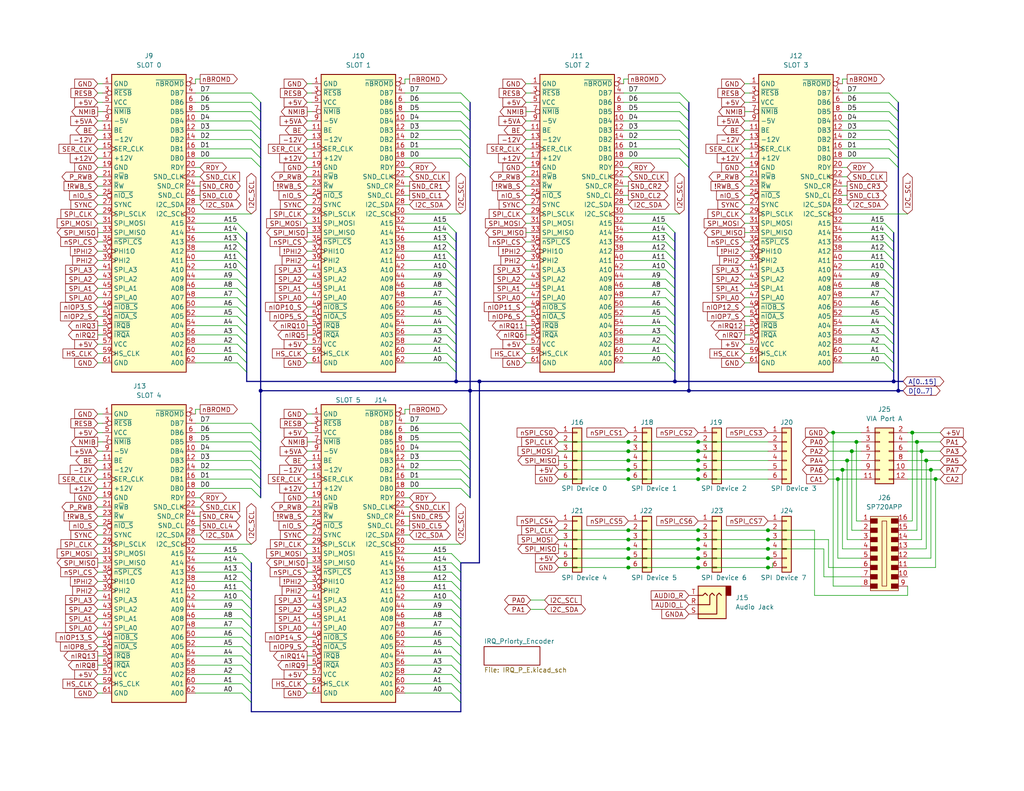
<source format=kicad_sch>
(kicad_sch (version 20250114) (generator "eeschema") (generator_version "9.0")
  (paper "USLetter")
  (title_block (title "Card-edge and SPI Device Connectors") (date "2025-04-23") (rev "1.3C") (company "Data Tuning") (comment 1 "Hydra 16"))
  (junction (at 209.55 147.32))
  (junction (at 171.45 128.27))
  (junction (at 245.11 106.68))
  (junction (at 171.45 152.4))
  (junction (at 190.5 152.4))
  (junction (at 190.5 149.86))
  (junction (at 255.27 130.81))
  (junction (at 190.5 147.32))
  (junction (at 128.27 106.68))
  (junction (at 171.45 120.65))
  (junction (at 171.45 123.19))
  (junction (at 252.73 125.73))
  (junction (at 190.5 128.27))
  (junction (at 187.96 106.68))
  (junction (at 190.5 154.94))
  (junction (at 229.87 128.27))
  (junction (at 251.46 123.19))
  (junction (at 248.92 118.11))
  (junction (at 171.45 144.78))
  (junction (at 227.33 118.11))
  (junction (at 243.84 104.14))
  (junction (at 171.45 130.81))
  (junction (at 190.5 130.81))
  (junction (at 71.12 106.68))
  (junction (at 130.81 104.14))
  (junction (at 171.45 147.32))
  (junction (at 171.45 154.94))
  (junction (at 250.19 120.65))
  (junction (at 184.15 104.14))
  (junction (at 231.14 125.73))
  (junction (at 190.5 125.73))
  (junction (at 254 128.27))
  (junction (at 171.45 125.73))
  (junction (at 232.41 123.19))
  (junction (at 171.45 149.86))
  (junction (at 124.46 104.14))
  (junction (at 209.55 154.94))
  (junction (at 190.5 144.78))
  (junction (at 209.55 149.86))
  (junction (at 209.55 144.78))
  (junction (at 228.6 130.81))
  (junction (at 190.5 123.19))
  (junction (at 190.5 120.65))
  (junction (at 233.68 120.65))
  (junction (at 209.55 152.4))
  (bus_entry (at 245.11 27.94) (size -2.54 -2.54))
  (bus_entry (at 187.96 33.02) (size -2.54 -2.54))
  (bus_entry (at 243.84 99.06) (size -2.54 -2.54))
  (bus_entry (at 68.58 161.29) (size -2.54 -2.54))
  (bus_entry (at 243.84 93.98) (size -2.54 -2.54))
  (bus_entry (at 71.12 40.64) (size -2.54 -2.54))
  (bus_entry (at 124.46 81.28) (size -2.54 -2.54))
  (bus_entry (at 124.46 76.2) (size -2.54 -2.54))
  (bus_entry (at 71.12 135.89) (size -2.54 -2.54))
  (bus_entry (at 245.11 35.56) (size -2.54 -2.54))
  (bus_entry (at 71.12 30.48) (size -2.54 -2.54))
  (bus_entry (at 243.84 73.66) (size -2.54 -2.54))
  (bus_entry (at 128.27 120.65) (size -2.54 -2.54))
  (bus_entry (at 68.58 163.83) (size -2.54 -2.54))
  (bus_entry (at 184.15 63.5) (size -2.54 -2.54))
  (bus_entry (at 67.31 68.58) (size -2.54 -2.54))
  (bus_entry (at 187.96 38.1) (size -2.54 -2.54))
  (bus_entry (at 184.15 66.04) (size -2.54 -2.54))
  (bus_entry (at 71.12 35.56) (size -2.54 -2.54))
  (bus_entry (at 68.58 168.91) (size -2.54 -2.54))
  (bus_entry (at 128.27 35.56) (size -2.54 -2.54))
  (bus_entry (at 128.27 135.89) (size -2.54 -2.54))
  (bus_entry (at 68.58 179.07) (size -2.54 -2.54))
  (bus_entry (at 184.15 78.74) (size -2.54 -2.54))
  (bus_entry (at 67.31 78.74) (size -2.54 -2.54))
  (bus_entry (at 243.84 81.28) (size -2.54 -2.54))
  (bus_entry (at 125.73 179.07) (size -2.54 -2.54))
  (bus_entry (at 71.12 33.02) (size -2.54 -2.54))
  (bus_entry (at 124.46 91.44) (size -2.54 -2.54))
  (bus_entry (at 67.31 66.04) (size -2.54 -2.54))
  (bus_entry (at 128.27 123.19) (size -2.54 -2.54))
  (bus_entry (at 187.96 40.64) (size -2.54 -2.54))
  (bus_entry (at 125.73 176.53) (size -2.54 -2.54))
  (bus_entry (at 67.31 101.6) (size -2.54 -2.54))
  (bus_entry (at 243.84 83.82) (size -2.54 -2.54))
  (bus_entry (at 71.12 38.1) (size -2.54 -2.54))
  (bus_entry (at 71.12 125.73) (size -2.54 -2.54))
  (bus_entry (at 71.12 43.18) (size -2.54 -2.54))
  (bus_entry (at 184.15 68.58) (size -2.54 -2.54))
  (bus_entry (at 243.84 78.74) (size -2.54 -2.54))
  (bus_entry (at 128.27 133.35) (size -2.54 -2.54))
  (bus_entry (at 124.46 78.74) (size -2.54 -2.54))
  (bus_entry (at 124.46 86.36) (size -2.54 -2.54))
  (bus_entry (at 124.46 83.82) (size -2.54 -2.54))
  (bus_entry (at 184.15 93.98) (size -2.54 -2.54))
  (bus_entry (at 125.73 166.37) (size -2.54 -2.54))
  (bus_entry (at 125.73 156.21) (size -2.54 -2.54))
  (bus_entry (at 125.73 163.83) (size -2.54 -2.54))
  (bus_entry (at 184.15 86.36) (size -2.54 -2.54))
  (bus_entry (at 68.58 181.61) (size -2.54 -2.54))
  (bus_entry (at 128.27 33.02) (size -2.54 -2.54))
  (bus_entry (at 125.73 184.15) (size -2.54 -2.54))
  (bus_entry (at 124.46 96.52) (size -2.54 -2.54))
  (bus_entry (at 243.84 76.2) (size -2.54 -2.54))
  (bus_entry (at 243.84 68.58) (size -2.54 -2.54))
  (bus_entry (at 125.73 186.69) (size -2.54 -2.54))
  (bus_entry (at 67.31 63.5) (size -2.54 -2.54))
  (bus_entry (at 187.96 35.56) (size -2.54 -2.54))
  (bus_entry (at 71.12 123.19) (size -2.54 -2.54))
  (bus_entry (at 128.27 118.11) (size -2.54 -2.54))
  (bus_entry (at 184.15 71.12) (size -2.54 -2.54))
  (bus_entry (at 125.73 181.61) (size -2.54 -2.54))
  (bus_entry (at 243.84 66.04) (size -2.54 -2.54))
  (bus_entry (at 245.11 43.18) (size -2.54 -2.54))
  (bus_entry (at 71.12 45.72) (size -2.54 -2.54))
  (bus_entry (at 245.11 38.1) (size -2.54 -2.54))
  (bus_entry (at 67.31 83.82) (size -2.54 -2.54))
  (bus_entry (at 128.27 38.1) (size -2.54 -2.54))
  (bus_entry (at 124.46 66.04) (size -2.54 -2.54))
  (bus_entry (at 67.31 76.2) (size -2.54 -2.54))
  (bus_entry (at 243.84 86.36) (size -2.54 -2.54))
  (bus_entry (at 184.15 81.28) (size -2.54 -2.54))
  (bus_entry (at 124.46 101.6) (size -2.54 -2.54))
  (bus_entry (at 68.58 173.99) (size -2.54 -2.54))
  (bus_entry (at 67.31 86.36) (size -2.54 -2.54))
  (bus_entry (at 67.31 99.06) (size -2.54 -2.54))
  (bus_entry (at 128.27 43.18) (size -2.54 -2.54))
  (bus_entry (at 243.84 91.44) (size -2.54 -2.54))
  (bus_entry (at 125.73 161.29) (size -2.54 -2.54))
  (bus_entry (at 124.46 99.06) (size -2.54 -2.54))
  (bus_entry (at 71.12 27.94) (size -2.54 -2.54))
  (bus_entry (at 124.46 71.12) (size -2.54 -2.54))
  (bus_entry (at 68.58 176.53) (size -2.54 -2.54))
  (bus_entry (at 71.12 120.65) (size -2.54 -2.54))
  (bus_entry (at 128.27 40.64) (size -2.54 -2.54))
  (bus_entry (at 125.73 153.67) (size -2.54 -2.54))
  (bus_entry (at 245.11 40.64) (size -2.54 -2.54))
  (bus_entry (at 68.58 186.69) (size -2.54 -2.54))
  (bus_entry (at 67.31 71.12) (size -2.54 -2.54))
  (bus_entry (at 245.11 45.72) (size -2.54 -2.54))
  (bus_entry (at 243.84 63.5) (size -2.54 -2.54))
  (bus_entry (at 245.11 30.48) (size -2.54 -2.54))
  (bus_entry (at 67.31 93.98) (size -2.54 -2.54))
  (bus_entry (at 125.73 171.45) (size -2.54 -2.54))
  (bus_entry (at 124.46 93.98) (size -2.54 -2.54))
  (bus_entry (at 187.96 45.72) (size -2.54 -2.54))
  (bus_entry (at 125.73 173.99) (size -2.54 -2.54))
  (bus_entry (at 184.15 99.06) (size -2.54 -2.54))
  (bus_entry (at 243.84 96.52) (size -2.54 -2.54))
  (bus_entry (at 125.73 191.77) (size -2.54 -2.54))
  (bus_entry (at 128.27 125.73) (size -2.54 -2.54))
  (bus_entry (at 67.31 96.52) (size -2.54 -2.54))
  (bus_entry (at 128.27 27.94) (size -2.54 -2.54))
  (bus_entry (at 68.58 189.23) (size -2.54 -2.54))
  (bus_entry (at 243.84 101.6) (size -2.54 -2.54))
  (bus_entry (at 128.27 128.27) (size -2.54 -2.54))
  (bus_entry (at 67.31 91.44) (size -2.54 -2.54))
  (bus_entry (at 243.84 71.12) (size -2.54 -2.54))
  (bus_entry (at 68.58 166.37) (size -2.54 -2.54))
  (bus_entry (at 184.15 88.9) (size -2.54 -2.54))
  (bus_entry (at 128.27 130.81) (size -2.54 -2.54))
  (bus_entry (at 187.96 27.94) (size -2.54 -2.54))
  (bus_entry (at 245.11 33.02) (size -2.54 -2.54))
  (bus_entry (at 125.73 189.23) (size -2.54 -2.54))
  (bus_entry (at 124.46 73.66) (size -2.54 -2.54))
  (bus_entry (at 125.73 158.75) (size -2.54 -2.54))
  (bus_entry (at 184.15 76.2) (size -2.54 -2.54))
  (bus_entry (at 184.15 96.52) (size -2.54 -2.54))
  (bus_entry (at 67.31 81.28) (size -2.54 -2.54))
  (bus_entry (at 124.46 88.9) (size -2.54 -2.54))
  (bus_entry (at 68.58 191.77) (size -2.54 -2.54))
  (bus_entry (at 71.12 128.27) (size -2.54 -2.54))
  (bus_entry (at 187.96 43.18) (size -2.54 -2.54))
  (bus_entry (at 128.27 45.72) (size -2.54 -2.54))
  (bus_entry (at 71.12 133.35) (size -2.54 -2.54))
  (bus_entry (at 243.84 88.9) (size -2.54 -2.54))
  (bus_entry (at 67.31 73.66) (size -2.54 -2.54))
  (bus_entry (at 68.58 171.45) (size -2.54 -2.54))
  (bus_entry (at 68.58 153.67) (size -2.54 -2.54))
  (bus_entry (at 68.58 158.75) (size -2.54 -2.54))
  (bus_entry (at 68.58 156.21) (size -2.54 -2.54))
  (bus_entry (at 184.15 73.66) (size -2.54 -2.54))
  (bus_entry (at 184.15 101.6) (size -2.54 -2.54))
  (bus_entry (at 125.73 168.91) (size -2.54 -2.54))
  (bus_entry (at 67.31 88.9) (size -2.54 -2.54))
  (bus_entry (at 71.12 130.81) (size -2.54 -2.54))
  (bus_entry (at 184.15 83.82) (size -2.54 -2.54))
  (bus_entry (at 71.12 118.11) (size -2.54 -2.54))
  (bus_entry (at 68.58 184.15) (size -2.54 -2.54))
  (bus_entry (at 184.15 91.44) (size -2.54 -2.54))
  (bus_entry (at 124.46 63.5) (size -2.54 -2.54))
  (bus_entry (at 124.46 68.58) (size -2.54 -2.54))
  (bus_entry (at 187.96 30.48) (size -2.54 -2.54))
  (bus_entry (at 128.27 30.48) (size -2.54 -2.54))
  (wire (pts (xy 54.61 146.05) (xy 53.34 146.05)))
  (wire (pts (xy 83.82 179.07) (xy 85.09 179.07)))
  (wire (pts (xy 254 128.27) (xy 247.65 128.27)))
  (wire (pts (xy 143.51 91.44) (xy 144.78 91.44)))
  (wire (pts (xy 53.34 173.99) (xy 66.04 173.99)))
  (bus (pts (xy 184.15 86.36) (xy 184.15 88.9)))
  (wire (pts (xy 111.76 111.76) (xy 110.49 111.76)))
  (wire (pts (xy 152.4 130.81) (xy 171.45 130.81)))
  (wire (pts (xy 53.34 171.45) (xy 66.04 171.45)))
  (bus (pts (xy 245.11 43.18) (xy 245.11 40.64)))
  (wire (pts (xy 83.82 143.51) (xy 85.09 143.51)))
  (bus (pts (xy 67.31 86.36) (xy 67.31 88.9)))
  (wire (pts (xy 26.67 171.45) (xy 27.94 171.45)))
  (wire (pts (xy 229.87 68.58) (xy 241.3 68.58)))
  (wire (pts (xy 143.51 60.96) (xy 144.78 60.96)))
  (wire (pts (xy 53.34 120.65) (xy 68.58 120.65)))
  (bus (pts (xy 128.27 35.56) (xy 128.27 33.02)))
  (wire (pts (xy 110.49 166.37) (xy 123.19 166.37)))
  (wire (pts (xy 229.87 99.06) (xy 241.3 99.06)))
  (wire (pts (xy 83.82 27.94) (xy 85.09 27.94)))
  (bus (pts (xy 68.58 163.83) (xy 68.58 166.37)))
  (wire (pts (xy 110.49 38.1) (xy 125.73 38.1)))
  (wire (pts (xy 53.34 88.9) (xy 64.77 88.9)))
  (wire (pts (xy 26.67 93.98) (xy 27.94 93.98)))
  (wire (pts (xy 111.76 135.89) (xy 110.49 135.89)))
  (wire (pts (xy 26.67 125.73) (xy 27.94 125.73)))
  (wire (pts (xy 229.87 33.02) (xy 242.57 33.02)))
  (wire (pts (xy 83.82 40.64) (xy 85.09 40.64)))
  (wire (pts (xy 83.82 71.12) (xy 85.09 71.12)))
  (wire (pts (xy 190.5 130.81) (xy 209.55 130.81)))
  (bus (pts (xy 245.11 40.64) (xy 245.11 38.1)))
  (wire (pts (xy 83.82 91.44) (xy 85.09 91.44)))
  (wire (pts (xy 26.67 91.44) (xy 27.94 91.44)))
  (wire (pts (xy 110.49 99.06) (xy 121.92 99.06)))
  (wire (pts (xy 26.67 83.82) (xy 27.94 83.82)))
  (bus (pts (xy 245.11 106.68) (xy 246.38 106.68)))
  (bus (pts (xy 67.31 104.14) (xy 124.46 104.14)))
  (wire (pts (xy 83.82 163.83) (xy 85.09 163.83)))
  (bus (pts (xy 184.15 68.58) (xy 184.15 71.12)))
  (wire (pts (xy 83.82 166.37) (xy 85.09 166.37)))
  (wire (pts (xy 26.67 146.05) (xy 27.94 146.05)))
  (wire (pts (xy 255.27 130.81) (xy 247.65 130.81)))
  (wire (pts (xy 26.67 25.4) (xy 27.94 25.4)))
  (wire (pts (xy 231.14 50.8) (xy 229.87 50.8)))
  (wire (pts (xy 110.49 78.74) (xy 121.92 78.74)))
  (wire (pts (xy 255.27 154.94) (xy 255.27 130.81)))
  (wire (pts (xy 26.67 123.19) (xy 27.94 123.19)))
  (bus (pts (xy 243.84 66.04) (xy 243.84 68.58)))
  (wire (pts (xy 111.76 140.97) (xy 110.49 140.97)))
  (wire (pts (xy 54.61 140.97) (xy 53.34 140.97)))
  (wire (pts (xy 53.34 81.28) (xy 64.77 81.28)))
  (bus (pts (xy 71.12 133.35) (xy 71.12 130.81)))
  (wire (pts (xy 26.67 166.37) (xy 27.94 166.37)))
  (wire (pts (xy 110.49 96.52) (xy 121.92 96.52)))
  (wire (pts (xy 83.82 73.66) (xy 85.09 73.66)))
  (wire (pts (xy 231.14 45.72) (xy 229.87 45.72)))
  (wire (pts (xy 229.87 96.52) (xy 241.3 96.52)))
  (wire (pts (xy 53.34 163.83) (xy 66.04 163.83)))
  (bus (pts (xy 124.46 81.28) (xy 124.46 83.82)))
  (wire (pts (xy 247.65 160.02) (xy 247.65 162.56)))
  (wire (pts (xy 83.82 25.4) (xy 85.09 25.4)))
  (wire (pts (xy 228.6 152.4) (xy 228.6 130.81)))
  (wire (pts (xy 110.49 133.35) (xy 125.73 133.35)))
  (bus (pts (xy 243.84 71.12) (xy 243.84 73.66)))
  (wire (pts (xy 110.49 128.27) (xy 125.73 128.27)))
  (wire (pts (xy 229.87 88.9) (xy 241.3 88.9)))
  (wire (pts (xy 256.54 123.19) (xy 251.46 123.19)))
  (wire (pts (xy 111.76 143.51) (xy 110.49 143.51)))
  (wire (pts (xy 83.82 43.18) (xy 85.09 43.18)))
  (bus (pts (xy 184.15 76.2) (xy 184.15 78.74)))
  (wire (pts (xy 26.67 71.12) (xy 27.94 71.12)))
  (bus (pts (xy 125.73 156.21) (xy 125.73 158.75)))
  (bus (pts (xy 187.96 30.48) (xy 187.96 27.94)))
  (wire (pts (xy 190.5 147.32) (xy 209.55 147.32)))
  (bus (pts (xy 184.15 71.12) (xy 184.15 73.66)))
  (wire (pts (xy 83.82 181.61) (xy 85.09 181.61)))
  (wire (pts (xy 252.73 149.86) (xy 252.73 125.73)))
  (wire (pts (xy 170.18 38.1) (xy 185.42 38.1)))
  (wire (pts (xy 170.18 21.59) (xy 170.18 22.86)))
  (wire (pts (xy 229.87 83.82) (xy 241.3 83.82)))
  (wire (pts (xy 234.95 144.78) (xy 232.41 144.78)))
  (wire (pts (xy 170.18 96.52) (xy 181.61 96.52)))
  (bus (pts (xy 71.12 45.72) (xy 71.12 106.68)))
  (wire (pts (xy 26.67 45.72) (xy 27.94 45.72)))
  (bus (pts (xy 68.58 168.91) (xy 68.58 171.45)))
  (wire (pts (xy 26.67 66.04) (xy 27.94 66.04)))
  (wire (pts (xy 53.34 78.74) (xy 64.77 78.74)))
  (wire (pts (xy 143.51 78.74) (xy 144.78 78.74)))
  (bus (pts (xy 187.96 38.1) (xy 187.96 35.56)))
  (wire (pts (xy 110.49 168.91) (xy 123.19 168.91)))
  (wire (pts (xy 53.34 166.37) (xy 66.04 166.37)))
  (wire (pts (xy 143.51 58.42) (xy 144.78 58.42)))
  (wire (pts (xy 53.34 111.76) (xy 53.34 113.03)))
  (wire (pts (xy 152.4 144.78) (xy 171.45 144.78)))
  (wire (pts (xy 26.67 60.96) (xy 27.94 60.96)))
  (wire (pts (xy 53.34 123.19) (xy 68.58 123.19)))
  (bus (pts (xy 71.12 130.81) (xy 71.12 128.27)))
  (wire (pts (xy 110.49 151.13) (xy 123.19 151.13)))
  (wire (pts (xy 54.61 143.51) (xy 53.34 143.51)))
  (wire (pts (xy 83.82 35.56) (xy 85.09 35.56)))
  (wire (pts (xy 190.5 152.4) (xy 209.55 152.4)))
  (wire (pts (xy 83.82 125.73) (xy 85.09 125.73)))
  (wire (pts (xy 170.18 76.2) (xy 181.61 76.2)))
  (wire (pts (xy 203.2 55.88) (xy 204.47 55.88)))
  (wire (pts (xy 171.45 50.8) (xy 170.18 50.8)))
  (wire (pts (xy 152.4 125.73) (xy 171.45 125.73)))
  (wire (pts (xy 203.2 73.66) (xy 204.47 73.66)))
  (wire (pts (xy 143.51 96.52) (xy 144.78 96.52)))
  (wire (pts (xy 83.82 93.98) (xy 85.09 93.98)))
  (wire (pts (xy 83.82 189.23) (xy 85.09 189.23)))
  (wire (pts (xy 203.2 71.12) (xy 204.47 71.12)))
  (bus (pts (xy 68.58 181.61) (xy 68.58 184.15)))
  (wire (pts (xy 26.67 140.97) (xy 27.94 140.97)))
  (bus (pts (xy 68.58 189.23) (xy 68.58 191.77)))
  (bus (pts (xy 243.84 68.58) (xy 243.84 71.12)))
  (wire (pts (xy 143.51 86.36) (xy 144.78 86.36)))
  (wire (pts (xy 53.34 133.35) (xy 68.58 133.35)))
  (bus (pts (xy 67.31 66.04) (xy 67.31 68.58)))
  (bus (pts (xy 125.73 153.67) (xy 130.81 153.67)))
  (bus (pts (xy 67.31 63.5) (xy 67.31 66.04)))
  (bus (pts (xy 184.15 99.06) (xy 184.15 101.6)))
  (bus (pts (xy 68.58 153.67) (xy 68.58 156.21)))
  (wire (pts (xy 234.95 147.32) (xy 231.14 147.32)))
  (wire (pts (xy 222.25 144.78) (xy 209.55 144.78)))
  (bus (pts (xy 71.12 120.65) (xy 71.12 118.11)))
  (bus (pts (xy 68.58 158.75) (xy 68.58 161.29)))
  (bus (pts (xy 67.31 99.06) (xy 67.31 96.52)))
  (wire (pts (xy 252.73 125.73) (xy 247.65 125.73)))
  (bus (pts (xy 68.58 179.07) (xy 68.58 181.61)))
  (wire (pts (xy 54.61 135.89) (xy 53.34 135.89)))
  (bus (pts (xy 71.12 43.18) (xy 71.12 40.64)))
  (wire (pts (xy 152.4 149.86) (xy 171.45 149.86)))
  (wire (pts (xy 83.82 158.75) (xy 85.09 158.75)))
  (bus (pts (xy 125.73 176.53) (xy 125.73 179.07)))
  (bus (pts (xy 243.84 88.9) (xy 243.84 91.44)))
  (bus (pts (xy 67.31 104.14) (xy 67.31 101.6)))
  (wire (pts (xy 247.65 149.86) (xy 252.73 149.86)))
  (wire (pts (xy 26.67 22.86) (xy 27.94 22.86)))
  (wire (pts (xy 83.82 153.67) (xy 85.09 153.67)))
  (bus (pts (xy 128.27 128.27) (xy 128.27 125.73)))
  (wire (pts (xy 251.46 123.19) (xy 247.65 123.19)))
  (wire (pts (xy 110.49 21.59) (xy 110.49 22.86)))
  (wire (pts (xy 26.67 128.27) (xy 27.94 128.27)))
  (wire (pts (xy 232.41 123.19) (xy 234.95 123.19)))
  (wire (pts (xy 143.51 73.66) (xy 144.78 73.66)))
  (wire (pts (xy 229.87 25.4) (xy 242.57 25.4)))
  (wire (pts (xy 111.76 48.26) (xy 110.49 48.26)))
  (wire (pts (xy 170.18 93.98) (xy 181.61 93.98)))
  (wire (pts (xy 185.42 58.42) (xy 170.18 58.42)))
  (wire (pts (xy 110.49 171.45) (xy 123.19 171.45)))
  (wire (pts (xy 26.67 58.42) (xy 27.94 58.42)))
  (bus (pts (xy 124.46 66.04) (xy 124.46 68.58)))
  (wire (pts (xy 171.45 125.73) (xy 190.5 125.73)))
  (wire (pts (xy 83.82 33.02) (xy 85.09 33.02)))
  (bus (pts (xy 124.46 86.36) (xy 124.46 88.9)))
  (wire (pts (xy 171.45 147.32) (xy 190.5 147.32)))
  (wire (pts (xy 83.82 50.8) (xy 85.09 50.8)))
  (wire (pts (xy 110.49 35.56) (xy 125.73 35.56)))
  (bus (pts (xy 128.27 133.35) (xy 128.27 130.81)))
  (wire (pts (xy 143.51 88.9) (xy 144.78 88.9)))
  (bus (pts (xy 71.12 30.48) (xy 71.12 27.94)))
  (wire (pts (xy 111.76 138.43) (xy 110.49 138.43)))
  (wire (pts (xy 110.49 115.57) (xy 125.73 115.57)))
  (wire (pts (xy 229.87 149.86) (xy 229.87 128.27)))
  (bus (pts (xy 243.84 91.44) (xy 243.84 93.98)))
  (wire (pts (xy 83.82 120.65) (xy 85.09 120.65)))
  (wire (pts (xy 53.34 68.58) (xy 64.77 68.58)))
  (wire (pts (xy 228.6 130.81) (xy 234.95 130.81)))
  (bus (pts (xy 243.84 86.36) (xy 243.84 88.9)))
  (wire (pts (xy 203.2 30.48) (xy 204.47 30.48)))
  (wire (pts (xy 227.33 118.11) (xy 234.95 118.11)))
  (bus (pts (xy 125.73 161.29) (xy 125.73 163.83)))
  (bus (pts (xy 245.11 45.72) (xy 245.11 106.68)))
  (bus (pts (xy 125.73 173.99) (xy 125.73 176.53)))
  (wire (pts (xy 170.18 60.96) (xy 181.61 60.96)))
  (wire (pts (xy 170.18 86.36) (xy 181.61 86.36)))
  (bus (pts (xy 125.73 186.69) (xy 125.73 189.23)))
  (bus (pts (xy 245.11 35.56) (xy 245.11 33.02)))
  (wire (pts (xy 26.67 130.81) (xy 27.94 130.81)))
  (wire (pts (xy 83.82 113.03) (xy 85.09 113.03)))
  (wire (pts (xy 203.2 50.8) (xy 204.47 50.8)))
  (bus (pts (xy 130.81 104.14) (xy 184.15 104.14)))
  (wire (pts (xy 209.55 154.94) (xy 210.82 154.94)))
  (wire (pts (xy 250.19 144.78) (xy 250.19 120.65)))
  (bus (pts (xy 243.84 99.06) (xy 243.84 101.6)))
  (wire (pts (xy 110.49 184.15) (xy 123.19 184.15)))
  (wire (pts (xy 110.49 181.61) (xy 123.19 181.61)))
  (wire (pts (xy 247.65 162.56) (xy 222.25 162.56)))
  (wire (pts (xy 171.45 130.81) (xy 190.5 130.81)))
  (wire (pts (xy 83.82 128.27) (xy 85.09 128.27)))
  (wire (pts (xy 53.34 186.69) (xy 66.04 186.69)))
  (bus (pts (xy 68.58 171.45) (xy 68.58 173.99)))
  (bus (pts (xy 243.84 93.98) (xy 243.84 96.52)))
  (bus (pts (xy 71.12 40.64) (xy 71.12 38.1)))
  (wire (pts (xy 53.34 189.23) (xy 66.04 189.23)))
  (bus (pts (xy 128.27 130.81) (xy 128.27 128.27)))
  (wire (pts (xy 54.61 55.88) (xy 53.34 55.88)))
  (bus (pts (xy 67.31 88.9) (xy 67.31 91.44)))
  (wire (pts (xy 143.51 76.2) (xy 144.78 76.2)))
  (wire (pts (xy 229.87 63.5) (xy 241.3 63.5)))
  (bus (pts (xy 124.46 88.9) (xy 124.46 91.44)))
  (wire (pts (xy 171.45 149.86) (xy 190.5 149.86)))
  (wire (pts (xy 110.49 125.73) (xy 125.73 125.73)))
  (wire (pts (xy 229.87 35.56) (xy 242.57 35.56)))
  (wire (pts (xy 110.49 60.96) (xy 121.92 60.96)))
  (wire (pts (xy 83.82 55.88) (xy 85.09 55.88)))
  (wire (pts (xy 203.2 58.42) (xy 204.47 58.42)))
  (bus (pts (xy 184.15 81.28) (xy 184.15 83.82)))
  (wire (pts (xy 110.49 111.76) (xy 110.49 113.03)))
  (bus (pts (xy 71.12 133.35) (xy 71.12 135.89)))
  (wire (pts (xy 210.82 153.67) (xy 210.82 154.94)))
  (wire (pts (xy 83.82 53.34) (xy 85.09 53.34)))
  (wire (pts (xy 152.4 123.19) (xy 171.45 123.19)))
  (wire (pts (xy 203.2 96.52) (xy 204.47 96.52)))
  (bus (pts (xy 125.73 184.15) (xy 125.73 186.69)))
  (bus (pts (xy 245.11 43.18) (xy 245.11 45.72)))
  (wire (pts (xy 110.49 186.69) (xy 123.19 186.69)))
  (wire (pts (xy 83.82 186.69) (xy 85.09 186.69)))
  (wire (pts (xy 171.45 53.34) (xy 170.18 53.34)))
  (wire (pts (xy 53.34 86.36) (xy 64.77 86.36)))
  (wire (pts (xy 232.41 144.78) (xy 232.41 123.19)))
  (wire (pts (xy 152.4 154.94) (xy 171.45 154.94)))
  (wire (pts (xy 231.14 147.32) (xy 231.14 125.73)))
  (wire (pts (xy 53.34 125.73) (xy 68.58 125.73)))
  (wire (pts (xy 143.51 30.48) (xy 144.78 30.48)))
  (wire (pts (xy 26.67 176.53) (xy 27.94 176.53)))
  (bus (pts (xy 71.12 125.73) (xy 71.12 123.19)))
  (wire (pts (xy 144.78 166.37) (xy 148.59 166.37)))
  (wire (pts (xy 229.87 71.12) (xy 241.3 71.12)))
  (wire (pts (xy 26.67 168.91) (xy 27.94 168.91)))
  (bus (pts (xy 187.96 35.56) (xy 187.96 33.02)))
  (wire (pts (xy 53.34 60.96) (xy 64.77 60.96)))
  (bus (pts (xy 184.15 101.6) (xy 184.15 104.14)))
  (wire (pts (xy 53.34 63.5) (xy 64.77 63.5)))
  (wire (pts (xy 203.2 88.9) (xy 204.47 88.9)))
  (bus (pts (xy 187.96 43.18) (xy 187.96 40.64)))
  (bus (pts (xy 124.46 96.52) (xy 124.46 99.06)))
  (wire (pts (xy 26.67 86.36) (xy 27.94 86.36)))
  (wire (pts (xy 247.65 154.94) (xy 255.27 154.94)))
  (wire (pts (xy 170.18 40.64) (xy 185.42 40.64)))
  (wire (pts (xy 83.82 38.1) (xy 85.09 38.1)))
  (bus (pts (xy 67.31 83.82) (xy 67.31 86.36)))
  (bus (pts (xy 71.12 43.18) (xy 71.12 45.72)))
  (wire (pts (xy 53.34 158.75) (xy 66.04 158.75)))
  (bus (pts (xy 128.27 106.68) (xy 187.96 106.68)))
  (wire (pts (xy 26.67 163.83) (xy 27.94 163.83)))
  (bus (pts (xy 71.12 128.27) (xy 71.12 125.73)))
  (bus (pts (xy 243.84 101.6) (xy 243.84 104.14)))
  (wire (pts (xy 170.18 83.82) (xy 181.61 83.82)))
  (wire (pts (xy 26.67 76.2) (xy 27.94 76.2)))
  (wire (pts (xy 143.51 71.12) (xy 144.78 71.12)))
  (wire (pts (xy 110.49 88.9) (xy 121.92 88.9)))
  (wire (pts (xy 143.51 83.82) (xy 144.78 83.82)))
  (wire (pts (xy 83.82 156.21) (xy 85.09 156.21)))
  (bus (pts (xy 124.46 71.12) (xy 124.46 73.66)))
  (bus (pts (xy 187.96 40.64) (xy 187.96 38.1)))
  (wire (pts (xy 83.82 148.59) (xy 85.09 148.59)))
  (wire (pts (xy 26.67 48.26) (xy 27.94 48.26)))
  (wire (pts (xy 53.34 115.57) (xy 68.58 115.57)))
  (bus (pts (xy 184.15 91.44) (xy 184.15 93.98)))
  (bus (pts (xy 125.73 179.07) (xy 125.73 181.61)))
  (wire (pts (xy 203.2 99.06) (xy 204.47 99.06)))
  (wire (pts (xy 53.34 96.52) (xy 64.77 96.52)))
  (wire (pts (xy 143.51 68.58) (xy 144.78 68.58)))
  (bus (pts (xy 184.15 73.66) (xy 184.15 76.2)))
  (wire (pts (xy 83.82 123.19) (xy 85.09 123.19)))
  (wire (pts (xy 171.45 128.27) (xy 190.5 128.27)))
  (bus (pts (xy 68.58 176.53) (xy 68.58 179.07)))
  (wire (pts (xy 190.5 123.19) (xy 209.55 123.19)))
  (bus (pts (xy 243.84 78.74) (xy 243.84 81.28)))
  (wire (pts (xy 110.49 43.18) (xy 125.73 43.18)))
  (wire (pts (xy 234.95 154.94) (xy 226.06 154.94)))
  (wire (pts (xy 53.34 151.13) (xy 66.04 151.13)))
  (wire (pts (xy 226.06 130.81) (xy 228.6 130.81)))
  (wire (pts (xy 110.49 158.75) (xy 123.19 158.75)))
  (wire (pts (xy 26.67 133.35) (xy 27.94 133.35)))
  (wire (pts (xy 203.2 48.26) (xy 204.47 48.26)))
  (wire (pts (xy 203.2 22.86) (xy 204.47 22.86)))
  (wire (pts (xy 26.67 143.51) (xy 27.94 143.51)))
  (wire (pts (xy 53.34 181.61) (xy 66.04 181.61)))
  (wire (pts (xy 83.82 48.26) (xy 85.09 48.26)))
  (wire (pts (xy 26.67 96.52) (xy 27.94 96.52)))
  (wire (pts (xy 54.61 21.59) (xy 53.34 21.59)))
  (bus (pts (xy 125.73 153.67) (xy 125.73 156.21)))
  (wire (pts (xy 26.67 43.18) (xy 27.94 43.18)))
  (wire (pts (xy 110.49 189.23) (xy 123.19 189.23)))
  (wire (pts (xy 170.18 30.48) (xy 185.42 30.48)))
  (wire (pts (xy 110.49 86.36) (xy 121.92 86.36)))
  (bus (pts (xy 128.27 30.48) (xy 128.27 27.94)))
  (wire (pts (xy 111.76 21.59) (xy 110.49 21.59)))
  (wire (pts (xy 83.82 184.15) (xy 85.09 184.15)))
  (bus (pts (xy 67.31 73.66) (xy 67.31 76.2)))
  (wire (pts (xy 110.49 30.48) (xy 125.73 30.48)))
  (wire (pts (xy 26.67 120.65) (xy 27.94 120.65)))
  (wire (pts (xy 26.67 50.8) (xy 27.94 50.8)))
  (wire (pts (xy 53.34 33.02) (xy 68.58 33.02)))
  (wire (pts (xy 53.34 43.18) (xy 68.58 43.18)))
  (wire (pts (xy 226.06 123.19) (xy 232.41 123.19)))
  (wire (pts (xy 83.82 138.43) (xy 85.09 138.43)))
  (wire (pts (xy 144.78 163.83) (xy 148.59 163.83)))
  (wire (pts (xy 83.82 115.57) (xy 85.09 115.57)))
  (wire (pts (xy 54.61 45.72) (xy 53.34 45.72)))
  (bus (pts (xy 125.73 181.61) (xy 125.73 184.15)))
  (bus (pts (xy 128.27 106.68) (xy 128.27 118.11)))
  (wire (pts (xy 54.61 53.34) (xy 53.34 53.34)))
  (bus (pts (xy 67.31 81.28) (xy 67.31 83.82)))
  (wire (pts (xy 171.45 21.59) (xy 170.18 21.59)))
  (wire (pts (xy 83.82 60.96) (xy 85.09 60.96)))
  (wire (pts (xy 229.87 81.28) (xy 241.3 81.28)))
  (bus (pts (xy 125.73 166.37) (xy 125.73 168.91)))
  (wire (pts (xy 152.4 147.32) (xy 171.45 147.32)))
  (wire (pts (xy 53.34 73.66) (xy 64.77 73.66)))
  (bus (pts (xy 125.73 158.75) (xy 125.73 161.29)))
  (wire (pts (xy 234.95 157.48) (xy 224.79 157.48)))
  (wire (pts (xy 209.55 152.4) (xy 210.82 152.4)))
  (bus (pts (xy 243.84 81.28) (xy 243.84 83.82)))
  (wire (pts (xy 203.2 63.5) (xy 204.47 63.5)))
  (wire (pts (xy 53.34 161.29) (xy 66.04 161.29)))
  (wire (pts (xy 68.58 148.59) (xy 53.34 148.59)))
  (bus (pts (xy 124.46 101.6) (xy 124.46 104.14)))
  (wire (pts (xy 110.49 120.65) (xy 125.73 120.65)))
  (wire (pts (xy 209.55 149.86) (xy 224.79 149.86)))
  (wire (pts (xy 83.82 83.82) (xy 85.09 83.82)))
  (wire (pts (xy 170.18 88.9) (xy 181.61 88.9)))
  (wire (pts (xy 26.67 151.13) (xy 27.94 151.13)))
  (wire (pts (xy 53.34 130.81) (xy 68.58 130.81)))
  (bus (pts (xy 187.96 43.18) (xy 187.96 45.72)))
  (wire (pts (xy 203.2 60.96) (xy 204.47 60.96)))
  (bus (pts (xy 67.31 76.2) (xy 67.31 78.74)))
  (wire (pts (xy 83.82 99.06) (xy 85.09 99.06)))
  (wire (pts (xy 26.67 184.15) (xy 27.94 184.15)))
  (wire (pts (xy 26.67 35.56) (xy 27.94 35.56)))
  (wire (pts (xy 53.34 118.11) (xy 68.58 118.11)))
  (wire (pts (xy 229.87 38.1) (xy 242.57 38.1)))
  (bus (pts (xy 67.31 91.44) (xy 67.31 93.98)))
  (bus (pts (xy 243.84 83.82) (xy 243.84 86.36)))
  (wire (pts (xy 203.2 93.98) (xy 204.47 93.98)))
  (wire (pts (xy 110.49 93.98) (xy 121.92 93.98)))
  (wire (pts (xy 203.2 68.58) (xy 204.47 68.58)))
  (wire (pts (xy 203.2 86.36) (xy 204.47 86.36)))
  (wire (pts (xy 26.67 63.5) (xy 27.94 63.5)))
  (wire (pts (xy 53.34 35.56) (xy 68.58 35.56)))
  (wire (pts (xy 53.34 128.27) (xy 68.58 128.27)))
  (bus (pts (xy 128.27 120.65) (xy 128.27 118.11)))
  (wire (pts (xy 53.34 71.12) (xy 64.77 71.12)))
  (wire (pts (xy 170.18 35.56) (xy 185.42 35.56)))
  (wire (pts (xy 110.49 161.29) (xy 123.19 161.29)))
  (wire (pts (xy 68.58 58.42) (xy 53.34 58.42)))
  (wire (pts (xy 83.82 96.52) (xy 85.09 96.52)))
  (wire (pts (xy 83.82 78.74) (xy 85.09 78.74)))
  (wire (pts (xy 143.51 53.34) (xy 144.78 53.34)))
  (wire (pts (xy 83.82 30.48) (xy 85.09 30.48)))
  (wire (pts (xy 53.34 156.21) (xy 66.04 156.21)))
  (wire (pts (xy 226.06 154.94) (xy 226.06 147.32)))
  (wire (pts (xy 83.82 176.53) (xy 85.09 176.53)))
  (bus (pts (xy 184.15 83.82) (xy 184.15 86.36)))
  (wire (pts (xy 190.5 154.94) (xy 209.55 154.94)))
  (wire (pts (xy 54.61 111.76) (xy 53.34 111.76)))
  (wire (pts (xy 125.73 58.42) (xy 110.49 58.42)))
  (bus (pts (xy 67.31 78.74) (xy 67.31 81.28)))
  (wire (pts (xy 26.67 68.58) (xy 27.94 68.58)))
  (wire (pts (xy 26.67 73.66) (xy 27.94 73.66)))
  (wire (pts (xy 83.82 161.29) (xy 85.09 161.29)))
  (wire (pts (xy 152.4 128.27) (xy 171.45 128.27)))
  (wire (pts (xy 110.49 156.21) (xy 123.19 156.21)))
  (wire (pts (xy 229.87 30.48) (xy 242.57 30.48)))
  (wire (pts (xy 110.49 81.28) (xy 121.92 81.28)))
  (wire (pts (xy 53.34 66.04) (xy 64.77 66.04)))
  (wire (pts (xy 190.5 149.86) (xy 209.55 149.86)))
  (wire (pts (xy 83.82 45.72) (xy 85.09 45.72)))
  (bus (pts (xy 124.46 99.06) (xy 124.46 101.6)))
  (wire (pts (xy 231.14 21.59) (xy 229.87 21.59)))
  (bus (pts (xy 124.46 93.98) (xy 124.46 96.52)))
  (wire (pts (xy 256.54 118.11) (xy 248.92 118.11)))
  (bus (pts (xy 128.27 125.73) (xy 128.27 123.19)))
  (wire (pts (xy 171.45 45.72) (xy 170.18 45.72)))
  (wire (pts (xy 53.34 168.91) (xy 66.04 168.91)))
  (bus (pts (xy 243.84 76.2) (xy 243.84 78.74)))
  (bus (pts (xy 128.27 43.18) (xy 128.27 40.64)))
  (bus (pts (xy 68.58 156.21) (xy 68.58 158.75)))
  (wire (pts (xy 229.87 93.98) (xy 241.3 93.98)))
  (wire (pts (xy 224.79 157.48) (xy 224.79 149.86)))
  (wire (pts (xy 54.61 48.26) (xy 53.34 48.26)))
  (bus (pts (xy 71.12 123.19) (xy 71.12 120.65)))
  (bus (pts (xy 128.27 43.18) (xy 128.27 45.72)))
  (bus (pts (xy 124.46 73.66) (xy 124.46 76.2)))
  (wire (pts (xy 26.67 99.06) (xy 27.94 99.06)))
  (wire (pts (xy 83.82 81.28) (xy 85.09 81.28)))
  (wire (pts (xy 26.67 115.57) (xy 27.94 115.57)))
  (wire (pts (xy 226.06 118.11) (xy 227.33 118.11)))
  (wire (pts (xy 125.73 148.59) (xy 110.49 148.59)))
  (wire (pts (xy 143.51 50.8) (xy 144.78 50.8)))
  (wire (pts (xy 203.2 27.94) (xy 204.47 27.94)))
  (bus (pts (xy 124.46 68.58) (xy 124.46 71.12)))
  (bus (pts (xy 124.46 63.5) (xy 124.46 66.04)))
  (wire (pts (xy 229.87 21.59) (xy 229.87 22.86)))
  (wire (pts (xy 143.51 55.88) (xy 144.78 55.88)))
  (wire (pts (xy 26.67 33.02) (xy 27.94 33.02)))
  (wire (pts (xy 110.49 73.66) (xy 121.92 73.66)))
  (wire (pts (xy 53.34 38.1) (xy 68.58 38.1)))
  (wire (pts (xy 53.34 76.2) (xy 64.77 76.2)))
  (wire (pts (xy 229.87 27.94) (xy 242.57 27.94)))
  (bus (pts (xy 71.12 33.02) (xy 71.12 30.48)))
  (bus (pts (xy 124.46 78.74) (xy 124.46 81.28)))
  (bus (pts (xy 184.15 88.9) (xy 184.15 91.44)))
  (wire (pts (xy 203.2 35.56) (xy 204.47 35.56)))
  (wire (pts (xy 170.18 99.06) (xy 181.61 99.06)))
  (wire (pts (xy 26.67 38.1) (xy 27.94 38.1)))
  (bus (pts (xy 128.27 123.19) (xy 128.27 120.65)))
  (wire (pts (xy 247.65 152.4) (xy 254 152.4)))
  (wire (pts (xy 203.2 78.74) (xy 204.47 78.74)))
  (wire (pts (xy 231.14 53.34) (xy 229.87 53.34)))
  (bus (pts (xy 128.27 38.1) (xy 128.27 35.56)))
  (bus (pts (xy 187.96 106.68) (xy 245.11 106.68)))
  (wire (pts (xy 110.49 66.04) (xy 121.92 66.04)))
  (bus (pts (xy 124.46 104.14) (xy 130.81 104.14)))
  (wire (pts (xy 53.34 176.53) (xy 66.04 176.53)))
  (wire (pts (xy 143.51 99.06) (xy 144.78 99.06)))
  (wire (pts (xy 171.45 154.94) (xy 190.5 154.94)))
  (wire (pts (xy 53.34 40.64) (xy 68.58 40.64)))
  (wire (pts (xy 53.34 99.06) (xy 64.77 99.06)))
  (bus (pts (xy 128.27 33.02) (xy 128.27 30.48)))
  (wire (pts (xy 170.18 33.02) (xy 185.42 33.02)))
  (wire (pts (xy 111.76 55.88) (xy 110.49 55.88)))
  (wire (pts (xy 203.2 40.64) (xy 204.47 40.64)))
  (wire (pts (xy 110.49 68.58) (xy 121.92 68.58)))
  (wire (pts (xy 256.54 125.73) (xy 252.73 125.73)))
  (wire (pts (xy 247.65 147.32) (xy 251.46 147.32)))
  (bus (pts (xy 184.15 66.04) (xy 184.15 68.58)))
  (wire (pts (xy 83.82 135.89) (xy 85.09 135.89)))
  (wire (pts (xy 53.34 27.94) (xy 68.58 27.94)))
  (wire (pts (xy 83.82 22.86) (xy 85.09 22.86)))
  (bus (pts (xy 245.11 38.1) (xy 245.11 35.56)))
  (wire (pts (xy 229.87 66.04) (xy 241.3 66.04)))
  (wire (pts (xy 26.67 148.59) (xy 27.94 148.59)))
  (wire (pts (xy 170.18 73.66) (xy 181.61 73.66)))
  (wire (pts (xy 26.67 40.64) (xy 27.94 40.64)))
  (wire (pts (xy 203.2 66.04) (xy 204.47 66.04)))
  (wire (pts (xy 110.49 91.44) (xy 121.92 91.44)))
  (wire (pts (xy 83.82 66.04) (xy 85.09 66.04)))
  (wire (pts (xy 222.25 162.56) (xy 222.25 144.78)))
  (wire (pts (xy 26.67 30.48) (xy 27.94 30.48)))
  (wire (pts (xy 170.18 25.4) (xy 185.42 25.4)))
  (bus (pts (xy 243.84 99.06) (xy 243.84 96.52)))
  (wire (pts (xy 110.49 25.4) (xy 125.73 25.4)))
  (bus (pts (xy 187.96 45.72) (xy 187.96 106.68)))
  (wire (pts (xy 229.87 60.96) (xy 241.3 60.96)))
  (bus (pts (xy 68.58 189.23) (xy 68.58 186.69)))
  (wire (pts (xy 203.2 53.34) (xy 204.47 53.34)))
  (bus (pts (xy 124.46 83.82) (xy 124.46 86.36)))
  (wire (pts (xy 53.34 93.98) (xy 64.77 93.98)))
  (wire (pts (xy 203.2 38.1) (xy 204.47 38.1)))
  (wire (pts (xy 229.87 78.74) (xy 241.3 78.74)))
  (bus (pts (xy 68.58 166.37) (xy 68.58 168.91)))
  (wire (pts (xy 171.45 120.65) (xy 190.5 120.65)))
  (wire (pts (xy 111.76 50.8) (xy 110.49 50.8)))
  (wire (pts (xy 229.87 76.2) (xy 241.3 76.2)))
  (wire (pts (xy 203.2 43.18) (xy 204.47 43.18)))
  (bus (pts (xy 187.96 33.02) (xy 187.96 30.48)))
  (wire (pts (xy 226.06 128.27) (xy 229.87 128.27)))
  (wire (pts (xy 229.87 43.18) (xy 242.57 43.18)))
  (wire (pts (xy 53.34 153.67) (xy 66.04 153.67)))
  (wire (pts (xy 110.49 27.94) (xy 125.73 27.94)))
  (wire (pts (xy 234.95 142.24) (xy 233.68 142.24)))
  (wire (pts (xy 26.67 53.34) (xy 27.94 53.34)))
  (wire (pts (xy 83.82 130.81) (xy 85.09 130.81)))
  (wire (pts (xy 171.45 144.78) (xy 190.5 144.78)))
  (bus (pts (xy 125.73 168.91) (xy 125.73 171.45)))
  (wire (pts (xy 53.34 83.82) (xy 64.77 83.82)))
  (bus (pts (xy 67.31 71.12) (xy 67.31 73.66)))
  (bus (pts (xy 184.15 104.14) (xy 243.84 104.14)))
  (wire (pts (xy 143.51 63.5) (xy 144.78 63.5)))
  (wire (pts (xy 203.2 25.4) (xy 204.47 25.4)))
  (wire (pts (xy 170.18 27.94) (xy 185.42 27.94)))
  (wire (pts (xy 26.67 113.03) (xy 27.94 113.03)))
  (wire (pts (xy 170.18 91.44) (xy 181.61 91.44)))
  (wire (pts (xy 203.2 45.72) (xy 204.47 45.72)))
  (wire (pts (xy 229.87 73.66) (xy 241.3 73.66)))
  (wire (pts (xy 110.49 153.67) (xy 123.19 153.67)))
  (wire (pts (xy 53.34 30.48) (xy 68.58 30.48)))
  (bus (pts (xy 243.84 73.66) (xy 243.84 76.2)))
  (wire (pts (xy 143.51 48.26) (xy 144.78 48.26)))
  (bus (pts (xy 68.58 161.29) (xy 68.58 163.83)))
  (bus (pts (xy 71.12 38.1) (xy 71.12 35.56)))
  (wire (pts (xy 229.87 91.44) (xy 241.3 91.44)))
  (wire (pts (xy 111.76 146.05) (xy 110.49 146.05)))
  (wire (pts (xy 83.82 118.11) (xy 85.09 118.11)))
  (wire (pts (xy 190.5 144.78) (xy 209.55 144.78)))
  (wire (pts (xy 233.68 142.24) (xy 233.68 120.65)))
  (wire (pts (xy 203.2 76.2) (xy 204.47 76.2)))
  (bus (pts (xy 245.11 30.48) (xy 245.11 27.94)))
  (wire (pts (xy 26.67 78.74) (xy 27.94 78.74)))
  (bus (pts (xy 67.31 68.58) (xy 67.31 71.12)))
  (wire (pts (xy 143.51 33.02) (xy 144.78 33.02)))
  (bus (pts (xy 124.46 91.44) (xy 124.46 93.98)))
  (wire (pts (xy 110.49 83.82) (xy 121.92 83.82)))
  (wire (pts (xy 143.51 38.1) (xy 144.78 38.1)))
  (wire (pts (xy 26.67 135.89) (xy 27.94 135.89)))
  (wire (pts (xy 152.4 152.4) (xy 171.45 152.4)))
  (wire (pts (xy 83.82 171.45) (xy 85.09 171.45)))
  (wire (pts (xy 53.34 91.44) (xy 64.77 91.44)))
  (wire (pts (xy 83.82 133.35) (xy 85.09 133.35)))
  (bus (pts (xy 67.31 93.98) (xy 67.31 96.52)))
  (wire (pts (xy 190.5 128.27) (xy 209.55 128.27)))
  (wire (pts (xy 83.82 88.9) (xy 85.09 88.9)))
  (wire (pts (xy 26.67 138.43) (xy 27.94 138.43)))
  (wire (pts (xy 26.67 153.67) (xy 27.94 153.67)))
  (wire (pts (xy 170.18 68.58) (xy 181.61 68.58)))
  (wire (pts (xy 256.54 128.27) (xy 254 128.27)))
  (bus (pts (xy 128.27 45.72) (xy 128.27 106.68)))
  (wire (pts (xy 152.4 120.65) (xy 171.45 120.65)))
  (bus (pts (xy 67.31 99.06) (xy 67.31 101.6)))
  (wire (pts (xy 26.67 81.28) (xy 27.94 81.28)))
  (wire (pts (xy 226.06 125.73) (xy 231.14 125.73)))
  (wire (pts (xy 226.06 120.65) (xy 233.68 120.65)))
  (wire (pts (xy 203.2 81.28) (xy 204.47 81.28)))
  (wire (pts (xy 256.54 120.65) (xy 250.19 120.65)))
  (wire (pts (xy 203.2 83.82) (xy 204.47 83.82)))
  (wire (pts (xy 247.65 144.78) (xy 250.19 144.78)))
  (wire (pts (xy 53.34 21.59) (xy 53.34 22.86)))
  (wire (pts (xy 233.68 120.65) (xy 234.95 120.65)))
  (bus (pts (xy 184.15 78.74) (xy 184.15 81.28)))
  (wire (pts (xy 170.18 66.04) (xy 181.61 66.04)))
  (wire (pts (xy 110.49 76.2) (xy 121.92 76.2)))
  (bus (pts (xy 68.58 184.15) (xy 68.58 186.69)))
  (bus (pts (xy 128.27 40.64) (xy 128.27 38.1)))
  (wire (pts (xy 54.61 138.43) (xy 53.34 138.43)))
  (wire (pts (xy 171.45 152.4) (xy 190.5 152.4)))
  (bus (pts (xy 71.12 106.68) (xy 71.12 118.11)))
  (wire (pts (xy 248.92 118.11) (xy 247.65 118.11)))
  (wire (pts (xy 83.82 146.05) (xy 85.09 146.05)))
  (wire (pts (xy 171.45 55.88) (xy 170.18 55.88)))
  (wire (pts (xy 111.76 53.34) (xy 110.49 53.34)))
  (wire (pts (xy 250.19 120.65) (xy 247.65 120.65)))
  (wire (pts (xy 247.65 58.42) (xy 229.87 58.42)))
  (wire (pts (xy 83.82 168.91) (xy 85.09 168.91)))
  (wire (pts (xy 229.87 40.64) (xy 242.57 40.64)))
  (wire (pts (xy 143.51 43.18) (xy 144.78 43.18)))
  (bus (pts (xy 125.73 163.83) (xy 125.73 166.37)))
  (bus (pts (xy 124.46 76.2) (xy 124.46 78.74)))
  (wire (pts (xy 143.51 27.94) (xy 144.78 27.94)))
  (bus (pts (xy 243.84 104.14) (xy 246.38 104.14)))
  (wire (pts (xy 170.18 63.5) (xy 181.61 63.5)))
  (wire (pts (xy 83.82 76.2) (xy 85.09 76.2)))
  (bus (pts (xy 128.27 133.35) (xy 128.27 135.89)))
  (wire (pts (xy 83.82 140.97) (xy 85.09 140.97)))
  (wire (pts (xy 26.67 158.75) (xy 27.94 158.75)))
  (bus (pts (xy 68.58 173.99) (xy 68.58 176.53)))
  (wire (pts (xy 111.76 45.72) (xy 110.49 45.72)))
  (wire (pts (xy 143.51 25.4) (xy 144.78 25.4)))
  (bus (pts (xy 184.15 96.52) (xy 184.15 99.06)))
  (wire (pts (xy 26.67 173.99) (xy 27.94 173.99)))
  (bus (pts (xy 184.15 93.98) (xy 184.15 96.52)))
  (bus (pts (xy 125.73 189.23) (xy 125.73 191.77)))
  (wire (pts (xy 170.18 71.12) (xy 181.61 71.12)))
  (wire (pts (xy 190.5 125.73) (xy 209.55 125.73)))
  (wire (pts (xy 53.34 184.15) (xy 66.04 184.15)))
  (bus (pts (xy 184.15 63.5) (xy 184.15 66.04)))
  (wire (pts (xy 83.82 173.99) (xy 85.09 173.99)))
  (wire (pts (xy 234.95 149.86) (xy 229.87 149.86)))
  (wire (pts (xy 226.06 147.32) (xy 209.55 147.32)))
  (bus (pts (xy 71.12 35.56) (xy 71.12 33.02)))
  (wire (pts (xy 26.67 27.94) (xy 27.94 27.94)))
  (wire (pts (xy 26.67 186.69) (xy 27.94 186.69)))
  (wire (pts (xy 26.67 55.88) (xy 27.94 55.88)))
  (bus (pts (xy 125.73 191.77) (xy 125.73 194.31)))
  (wire (pts (xy 143.51 93.98) (xy 144.78 93.98)))
  (wire (pts (xy 26.67 88.9) (xy 27.94 88.9)))
  (wire (pts (xy 229.87 86.36) (xy 241.3 86.36)))
  (wire (pts (xy 143.51 22.86) (xy 144.78 22.86)))
  (wire (pts (xy 231.14 125.73) (xy 234.95 125.73)))
  (wire (pts (xy 203.2 33.02) (xy 204.47 33.02)))
  (wire (pts (xy 83.82 151.13) (xy 85.09 151.13)))
  (wire (pts (xy 110.49 173.99) (xy 123.19 173.99)))
  (wire (pts (xy 234.95 160.02) (xy 227.33 160.02)))
  (wire (pts (xy 143.51 35.56) (xy 144.78 35.56)))
  (wire (pts (xy 83.82 86.36) (xy 85.09 86.36)))
  (wire (pts (xy 110.49 163.83) (xy 123.19 163.83)))
  (wire (pts (xy 110.49 71.12) (xy 121.92 71.12)))
  (bus (pts (xy 125.73 171.45) (xy 125.73 173.99)))
  (wire (pts (xy 143.51 81.28) (xy 144.78 81.28)))
  (wire (pts (xy 231.14 55.88) (xy 229.87 55.88)))
  (wire (pts (xy 110.49 130.81) (xy 125.73 130.81)))
  (wire (pts (xy 110.49 33.02) (xy 125.73 33.02)))
  (bus (pts (xy 68.58 191.77) (xy 68.58 194.31)))
  (wire (pts (xy 110.49 176.53) (xy 123.19 176.53)))
  (wire (pts (xy 227.33 160.02) (xy 227.33 118.11)))
  (wire (pts (xy 247.65 142.24) (xy 248.92 142.24)))
  (wire (pts (xy 54.61 50.8) (xy 53.34 50.8)))
  (wire (pts (xy 110.49 118.11) (xy 125.73 118.11)))
  (wire (pts (xy 248.92 142.24) (xy 248.92 118.11)))
  (wire (pts (xy 170.18 43.18) (xy 185.42 43.18)))
  (wire (pts (xy 229.87 128.27) (xy 234.95 128.27)))
  (bus (pts (xy 71.12 106.68) (xy 128.27 106.68)))
  (bus (pts (xy 68.58 194.31) (xy 125.73 194.31)))
  (wire (pts (xy 26.67 189.23) (xy 27.94 189.23)))
  (wire (pts (xy 190.5 120.65) (xy 209.55 120.65)))
  (wire (pts (xy 170.18 78.74) (xy 181.61 78.74)))
  (wire (pts (xy 234.95 152.4) (xy 228.6 152.4)))
  (wire (pts (xy 26.67 181.61) (xy 27.94 181.61)))
  (wire (pts (xy 171.45 48.26) (xy 170.18 48.26)))
  (wire (pts (xy 26.67 156.21) (xy 27.94 156.21)))
  (wire (pts (xy 83.82 63.5) (xy 85.09 63.5)))
  (wire (pts (xy 143.51 40.64) (xy 144.78 40.64)))
  (wire (pts (xy 83.82 68.58) (xy 85.09 68.58)))
  (wire (pts (xy 26.67 161.29) (xy 27.94 161.29)))
  (wire (pts (xy 171.45 123.19) (xy 190.5 123.19)))
  (wire (pts (xy 110.49 179.07) (xy 123.19 179.07)))
  (wire (pts (xy 256.54 130.81) (xy 255.27 130.81)))
  (wire (pts (xy 110.49 123.19) (xy 125.73 123.19)))
  (wire (pts (xy 143.51 66.04) (xy 144.78 66.04)))
  (bus (pts (xy 245.11 33.02) (xy 245.11 30.48)))
  (wire (pts (xy 170.18 81.28) (xy 181.61 81.28)))
  (wire (pts (xy 26.67 179.07) (xy 27.94 179.07)))
  (wire (pts (xy 254 152.4) (xy 254 128.27)))
  (wire (pts (xy 53.34 179.07) (xy 66.04 179.07)))
  (wire (pts (xy 83.82 58.42) (xy 85.09 58.42)))
  (bus (pts (xy 243.84 63.5) (xy 243.84 66.04)))
  (bus (pts (xy 130.81 153.67) (xy 130.81 104.14)))
  (wire (pts (xy 251.46 147.32) (xy 251.46 123.19)))
  (wire (pts (xy 231.14 48.26) (xy 229.87 48.26)))
  (wire (pts (xy 110.49 63.5) (xy 121.92 63.5)))
  (wire (pts (xy 143.51 45.72) (xy 144.78 45.72)))
  (wire (pts (xy 26.67 118.11) (xy 27.94 118.11)))
  (wire (pts (xy 203.2 91.44) (xy 204.47 91.44)))
  (wire (pts (xy 110.49 40.64) (xy 125.73 40.64)))
  (wire (pts (xy 53.34 25.4) (xy 68.58 25.4)))
  (label "D0" (at 231.14 43.18 0))
  (label "A0" (at 120.65 189.23 180))
  (label "A9" (at 63.5 166.37 180))
  (label "A9" (at 180.34 76.2 180))
  (label "D6" (at 111.76 118.11 0))
  (label "A1" (at 240.03 96.52 180))
  (label "A5" (at 180.34 86.36 180))
  (label "A11" (at 121.92 161.29 180))
  (label "A5" (at 120.65 176.53 180))
  (label "A6" (at 180.34 83.82 180))
  (label "A9" (at 120.65 76.2 180))
  (label "D7" (at 54.61 25.4 0))
  (label "A2" (at 63.5 184.15 180))
  (label "A6" (at 120.65 83.82 180))
  (label "A10" (at 241.3 73.66 180))
  (label "A12" (at 121.92 68.58 180))
  (label "A2" (at 240.03 93.98 180))
  (label "A4" (at 120.65 179.07 180))
  (label "A11" (at 241.3 71.12 180))
  (label "D4" (at 171.45 33.02 0))
  (label "A14" (at 121.92 63.5 180))
  (label "D2" (at 54.61 128.27 0))
  (label "D1" (at 231.14 40.64 0))
  (label "D1" (at 111.76 40.64 0))
  (label "D6" (at 54.61 27.94 0))
  (label "A0" (at 63.5 99.06 180))
  (label "D2" (at 171.45 38.1 0))
  (label "A3" (at 63.5 91.44 180))
  (label "A5" (at 63.5 86.36 180))
  (label "A6" (at 240.03 83.82 180))
  (label "D5" (at 111.76 30.48 0))
  (label "A12" (at 64.77 158.75 180))
  (label "A8" (at 63.5 168.91 180))
  (label "D5" (at 171.45 30.48 0))
  (label "A3" (at 180.34 91.44 180))
  (label "A6" (at 63.5 173.99 180))
  (label "D3" (at 111.76 125.73 0))
  (label "A13" (at 181.61 66.04 180))
  (label "A6" (at 120.65 173.99 180))
  (label "D5" (at 54.61 120.65 0))
  (label "D6" (at 231.14 27.94 0))
  (label "A1" (at 180.34 96.52 180))
  (label "A11" (at 181.61 71.12 180))
  (label "A15" (at 64.77 151.13 180))
  (label "A10" (at 181.61 73.66 180))
  (label "D1" (at 54.61 40.64 0))
  (label "A4" (at 120.65 88.9 180))
  (label "D4" (at 111.76 123.19 0))
  (label "A14" (at 64.77 153.67 180))
  (label "A15" (at 121.92 60.96 180))
  (label "D1" (at 54.61 130.81 0))
  (label "A1" (at 63.5 186.69 180))
  (label "A1" (at 120.65 96.52 180))
  (label "D7" (at 171.45 25.4 0))
  (label "A1" (at 63.5 96.52 180))
  (label "D7" (at 231.14 25.4 0))
  (label "A11" (at 121.92 71.12 180))
  (label "A3" (at 120.65 181.61 180))
  (label "A15" (at 241.3 60.96 180))
  (label "A12" (at 241.3 68.58 180))
  (label "D3" (at 171.45 35.56 0))
  (label "A12" (at 64.77 68.58 180))
  (label "D3" (at 54.61 125.73 0))
  (label "D7" (at 111.76 115.57 0))
  (label "A7" (at 240.03 81.28 180))
  (label "A5" (at 120.65 86.36 180))
  (label "A15" (at 64.77 60.96 180))
  (label "A9" (at 120.65 166.37 180))
  (label "A10" (at 64.77 73.66 180))
  (label "A13" (at 121.92 156.21 180))
  (label "A3" (at 63.5 181.61 180))
  (label "A9" (at 63.5 76.2 180))
  (label "A8" (at 180.34 78.74 180))
  (label "A15" (at 121.92 151.13 180))
  (label "A7" (at 120.65 81.28 180))
  (label "A2" (at 180.34 93.98 180))
  (label "A7" (at 180.34 81.28 180))
  (label "D2" (at 111.76 128.27 0))
  (label "A4" (at 180.34 88.9 180))
  (label "D4" (at 54.61 33.02 0))
  (label "A13" (at 64.77 156.21 180))
  (label "D6" (at 111.76 27.94 0))
  (label "D5" (at 54.61 30.48 0))
  (label "A0" (at 63.5 189.23 180))
  (label "D4" (at 111.76 33.02 0))
  (label "D4" (at 231.14 33.02 0))
  (label "A4" (at 63.5 88.9 180))
  (label "A0" (at 120.65 99.06 180))
  (label "A7" (at 120.65 171.45 180))
  (label "A11" (at 64.77 161.29 180))
  (label "A1" (at 120.65 186.69 180))
  (label "D5" (at 111.76 120.65 0))
  (label "A6" (at 63.5 83.82 180))
  (label "A8" (at 120.65 168.91 180))
  (label "D6" (at 54.61 118.11 0))
  (label "D0" (at 54.61 133.35 0))
  (label "D4" (at 54.61 123.19 0))
  (label "D0" (at 111.76 43.18 0))
  (label "D7" (at 54.61 115.57 0))
  (label "A2" (at 120.65 93.98 180))
  (label "A2" (at 120.65 184.15 180))
  (label "D3" (at 231.14 35.56 0))
  (label "A13" (at 241.3 66.04 180))
  (label "D0" (at 171.45 43.18 0))
  (label "A14" (at 181.61 63.5 180))
  (label "A13" (at 121.92 66.04 180))
  (label "D0" (at 111.76 133.35 0))
  (label "A8" (at 63.5 78.74 180))
  (label "D2" (at 231.14 38.1 0))
  (label "A3" (at 240.03 91.44 180))
  (label "A2" (at 63.5 93.98 180))
  (label "A3" (at 120.65 91.44 180))
  (label "A4" (at 63.5 179.07 180))
  (label "A14" (at 121.92 153.67 180))
  (label "A14" (at 64.77 63.5 180))
  (label "D6" (at 171.45 27.94 0))
  (label "D0" (at 54.61 43.18 0))
  (label "A10" (at 64.77 163.83 180))
  (label "A11" (at 64.77 71.12 180))
  (label "D3" (at 111.76 35.56 0))
  (label "A5" (at 63.5 176.53 180))
  (label "A7" (at 63.5 81.28 180))
  (label "D2" (at 54.61 38.1 0))
  (label "A8" (at 240.03 78.74 180))
  (label "D7" (at 111.76 25.4 0))
  (label "D1" (at 171.45 40.64 0))
  (label "D5" (at 231.14 30.48 0))
  (label "A13" (at 64.77 66.04 180))
  (label "A0" (at 180.34 99.06 180))
  (label "A12" (at 181.61 68.58 180))
  (label "A10" (at 121.92 163.83 180))
  (label "A9" (at 240.03 76.2 180))
  (label "A8" (at 120.65 78.74 180))
  (label "A5" (at 240.03 86.36 180))
  (label "A0" (at 240.03 99.06 180))
  (label "A14" (at 241.3 63.5 180))
  (label "A4" (at 240.03 88.9 180))
  (label "D3" (at 54.61 35.56 0))
  (label "D1" (at 111.76 130.81 0))
  (label "A15" (at 181.61 60.96 180))
  (label "A7" (at 63.5 171.45 180))
  (label "A12" (at 121.92 158.75 180))
  (label "A10" (at 121.92 73.66 180))
  (label "D2" (at 111.76 38.1 0))
  (global_label "SPI_A3" (shape input) (at 203.2 73.66 180) (property "Intersheetrefs" "${INTERSHEET_REFS}" (effects (hide yes))))
  (global_label "SYNC" (shape input) (at 143.51 55.88 180) (property "Intersheetrefs" "${INTERSHEET_REFS}" (effects (hide yes))))
  (global_label "nIRQ8" (shape output) (at 26.67 181.61 180) (property "Intersheetrefs" "${INTERSHEET_REFS}" (effects (hide yes))))
  (global_label "P_RWB" (shape tri_state) (at 26.67 138.43 180) (property "Intersheetrefs" "${INTERSHEET_REFS}" (effects (hide yes))))
  (global_label "SND_CR4" (shape output) (at 54.61 140.97 0) (property "Intersheetrefs" "${INTERSHEET_REFS}" (effects (hide yes))))
  (global_label "SER_CLK" (shape input) (at 26.67 130.81 180) (property "Intersheetrefs" "${INTERSHEET_REFS}" (effects (hide yes))))
  (global_label "+5V" (shape input) (at 26.67 93.98 180) (property "Intersheetrefs" "${INTERSHEET_REFS}" (effects (hide yes))))
  (global_label "PA1" (shape bidirectional) (at 144.78 166.37 180) (property "Intersheetrefs" "${INTERSHEET_REFS}" (effects (hide yes))))
  (global_label "nIO_S" (shape input) (at 83.82 53.34 180) (property "Intersheetrefs" "${INTERSHEET_REFS}" (effects (hide yes))))
  (global_label "SND_CL5" (shape output) (at 111.76 143.51 0) (property "Intersheetrefs" "${INTERSHEET_REFS}" (effects (hide yes))))
  (global_label "BE" (shape bidirectional) (at 143.51 35.56 180) (property "Intersheetrefs" "${INTERSHEET_REFS}" (effects (hide yes))))
  (global_label "SPI_A3" (shape input) (at 83.82 163.83 180) (property "Intersheetrefs" "${INTERSHEET_REFS}" (effects (hide yes))))
  (global_label "I2C_SCL" (shape bidirectional) (at 125.73 58.42 90) (property "Intersheetrefs" "${INTERSHEET_REFS}" (effects (hide yes))))
  (global_label "nIRQ5" (shape output) (at 83.82 91.44 180) (property "Intersheetrefs" "${INTERSHEET_REFS}" (effects (hide yes))))
  (global_label "SND_CLK" (shape input) (at 54.61 138.43 0) (property "Intersheetrefs" "${INTERSHEET_REFS}" (effects (hide yes))))
  (global_label "SPI_MOSI" (shape input) (at 83.82 60.96 180) (property "Intersheetrefs" "${INTERSHEET_REFS}" (effects (hide yes))))
  (global_label "BE" (shape bidirectional) (at 26.67 125.73 180) (property "Intersheetrefs" "${INTERSHEET_REFS}" (effects (hide yes))))
  (global_label "nIRQ2" (shape output) (at 26.67 91.44 180) (property "Intersheetrefs" "${INTERSHEET_REFS}" (effects (hide yes))))
  (global_label "-12V" (shape input) (at 83.82 38.1 180) (property "Intersheetrefs" "${INTERSHEET_REFS}" (effects (hide yes))))
  (global_label "BE" (shape bidirectional) (at 83.82 125.73 180) (property "Intersheetrefs" "${INTERSHEET_REFS}" (effects (hide yes))))
  (global_label "SPI_CLK" (shape input) (at 83.82 148.59 180) (property "Intersheetrefs" "${INTERSHEET_REFS}" (effects (hide yes))))
  (global_label "GND" (shape input) (at 143.51 22.86 180) (property "Intersheetrefs" "${INTERSHEET_REFS}" (effects (hide yes))))
  (global_label "!PHI2" (shape input) (at 143.51 68.58 180) (property "Intersheetrefs" "${INTERSHEET_REFS}" (effects (hide yes))))
  (global_label "GND" (shape input) (at 143.51 99.06 180) (property "Intersheetrefs" "${INTERSHEET_REFS}" (effects (hide yes))))
  (global_label "SPI_MOSI" (shape input) (at 26.67 60.96 180) (property "Intersheetrefs" "${INTERSHEET_REFS}" (effects (hide yes))))
  (global_label "SYNC" (shape input) (at 83.82 146.05 180) (property "Intersheetrefs" "${INTERSHEET_REFS}" (effects (hide yes))))
  (global_label "RESB" (shape input) (at 143.51 25.4 180) (property "Intersheetrefs" "${INTERSHEET_REFS}" (effects (hide yes))))
  (global_label "PA4" (shape bidirectional) (at 226.06 125.73 180) (property "Intersheetrefs" "${INTERSHEET_REFS}" (effects (hide yes))))
  (global_label "GND" (shape input) (at 152.4 130.81 180) (property "Intersheetrefs" "${INTERSHEET_REFS}" (effects (hide yes))))
  (global_label "P_RWB" (shape tri_state) (at 203.2 48.26 180) (property "Intersheetrefs" "${INTERSHEET_REFS}" (effects (hide yes))))
  (global_label "RESB" (shape input) (at 26.67 115.57 180) (property "Intersheetrefs" "${INTERSHEET_REFS}" (effects (hide yes))))
  (global_label "SND_CLK" (shape input) (at 171.45 48.26 0) (property "Intersheetrefs" "${INTERSHEET_REFS}" (effects (hide yes))))
  (global_label "I2C_SCL" (shape bidirectional) (at 185.42 58.42 90) (property "Intersheetrefs" "${INTERSHEET_REFS}" (effects (hide yes))))
  (global_label "nSPI_CS" (shape input) (at 26.67 66.04 180) (property "Intersheetrefs" "${INTERSHEET_REFS}" (effects (hide yes))))
  (global_label "P_RWB" (shape tri_state) (at 26.67 48.26 180) (property "Intersheetrefs" "${INTERSHEET_REFS}" (effects (hide yes))))
  (global_label "nIO_S" (shape input) (at 83.82 143.51 180) (property "Intersheetrefs" "${INTERSHEET_REFS}" (effects (hide yes))))
  (global_label "+12V" (shape input) (at 26.67 133.35 180) (property "Intersheetrefs" "${INTERSHEET_REFS}" (effects (hide yes))))
  (global_label "nBROMD" (shape output) (at 111.76 111.76 0) (property "Intersheetrefs" "${INTERSHEET_REFS}" (effects (hide yes))))
  (global_label "SYNC" (shape input) (at 26.67 146.05 180) (property "Intersheetrefs" "${INTERSHEET_REFS}" (effects (hide yes))))
  (global_label "GND" (shape input) (at 152.4 154.94 180) (property "Intersheetrefs" "${INTERSHEET_REFS}" (effects (hide yes))))
  (global_label "nBROMD" (shape output) (at 54.61 21.59 0) (property "Intersheetrefs" "${INTERSHEET_REFS}" (effects (hide yes))))
  (global_label "RDY" (shape tri_state) (at 231.14 45.72 0) (property "Intersheetrefs" "${INTERSHEET_REFS}" (effects (hide yes))))
  (global_label "nSPI_CS5" (shape input) (at 171.45 142.24 180) (property "Intersheetrefs" "${INTERSHEET_REFS}" (effects (hide yes))))
  (global_label "SPI_A2" (shape input) (at 203.2 76.2 180) (property "Intersheetrefs" "${INTERSHEET_REFS}" (effects (hide yes))))
  (global_label "+5VA" (shape input) (at 83.82 123.19 180) (property "Intersheetrefs" "${INTERSHEET_REFS}" (effects (hide yes))))
  (global_label "P_RWB" (shape tri_state) (at 83.82 138.43 180) (property "Intersheetrefs" "${INTERSHEET_REFS}" (effects (hide yes))))
  (global_label "SPI_MISO" (shape output) (at 26.67 153.67 180) (property "Intersheetrefs" "${INTERSHEET_REFS}" (effects (hide yes))))
  (global_label "SER_CLK" (shape input) (at 143.51 40.64 180) (property "Intersheetrefs" "${INTERSHEET_REFS}" (effects (hide yes))))
  (global_label "SND_CR3" (shape output) (at 231.14 50.8 0) (property "Intersheetrefs" "${INTERSHEET_REFS}" (effects (hide yes))))
  (global_label "nIRQ3" (shape output) (at 26.67 88.9 180) (property "Intersheetrefs" "${INTERSHEET_REFS}" (effects (hide yes))))
  (global_label "SER_CLK" (shape input) (at 203.2 40.64 180) (property "Intersheetrefs" "${INTERSHEET_REFS}" (effects (hide yes))))
  (global_label "I2C_SCL" (shape bidirectional) (at 247.65 58.42 90) (property "Intersheetrefs" "${INTERSHEET_REFS}" (effects (hide yes))))
  (global_label "nIO_S" (shape input) (at 26.67 143.51 180) (property "Intersheetrefs" "${INTERSHEET_REFS}" (effects (hide yes))))
  (global_label "-12V" (shape input) (at 26.67 128.27 180) (property "Intersheetrefs" "${INTERSHEET_REFS}" (effects (hide yes))))
  (global_label "HS_CLK" (shape input) (at 143.51 96.52 180) (property "Intersheetrefs" "${INTERSHEET_REFS}" (effects (hide yes))))
  (global_label "nIRQ14" (shape output) (at 83.82 179.07 180) (property "Intersheetrefs" "${INTERSHEET_REFS}" (effects (hide yes))))
  (global_label "RESB" (shape input) (at 83.82 115.57 180) (property "Intersheetrefs" "${INTERSHEET_REFS}" (effects (hide yes))))
  (global_label "nIOP10_S" (shape input) (at 83.82 83.82 180) (property "Intersheetrefs" "${INTERSHEET_REFS}" (effects (hide yes))))
  (global_label "NMIB" (shape output) (at 203.2 30.48 180) (property "Intersheetrefs" "${INTERSHEET_REFS}" (effects (hide yes))))
  (global_label "I2C_SCL" (shape bidirectional) (at 68.58 58.42 90) (property "Intersheetrefs" "${INTERSHEET_REFS}" (effects (hide yes))))
  (global_label "nIOP11_S" (shape input) (at 143.51 83.82 180) (property "Intersheetrefs" "${INTERSHEET_REFS}" (effects (hide yes))))
  (global_label "!RWB_S" (shape input) (at 83.82 140.97 180) (property "Intersheetrefs" "${INTERSHEET_REFS}" (effects (hide yes))))
  (global_label "SPI_MISO" (shape output) (at 203.2 63.5 180) (property "Intersheetrefs" "${INTERSHEET_REFS}" (effects (hide yes))))
  (global_label "SPI_MOSI" (shape input) (at 26.67 151.13 180) (property "Intersheetrefs" "${INTERSHEET_REFS}" (effects (hide yes))))
  (global_label "NMIB" (shape output) (at 143.51 30.48 180) (property "Intersheetrefs" "${INTERSHEET_REFS}" (effects (hide yes))))
  (global_label "GND" (shape input) (at 203.2 22.86 180) (property "Intersheetrefs" "${INTERSHEET_REFS}" (effects (hide yes))))
  (global_label "+5VA" (shape input) (at 26.67 33.02 180) (property "Intersheetrefs" "${INTERSHEET_REFS}" (effects (hide yes))))
  (global_label "nIRQ7" (shape output) (at 203.2 91.44 180) (property "Intersheetrefs" "${INTERSHEET_REFS}" (effects (hide yes))))
  (global_label "SPI_A0" (shape input) (at 26.67 171.45 180) (property "Intersheetrefs" "${INTERSHEET_REFS}" (effects (hide yes))))
  (global_label "nIO_S" (shape input) (at 26.67 53.34 180) (property "Intersheetrefs" "${INTERSHEET_REFS}" (effects (hide yes))))
  (global_label "PHI2" (shape input) (at 83.82 71.12 180) (property "Intersheetrefs" "${INTERSHEET_REFS}" (effects (hide yes))))
  (global_label "I2C_SDA" (shape bidirectional) (at 54.61 146.05 0) (property "Intersheetrefs" "${INTERSHEET_REFS}" (effects (hide yes))))
  (global_label "SND_CL4" (shape output) (at 54.61 143.51 0) (property "Intersheetrefs" "${INTERSHEET_REFS}" (effects (hide yes))))
  (global_label "PA5" (shape bidirectional) (at 256.54 125.73 0) (property "Intersheetrefs" "${INTERSHEET_REFS}" (effects (hide yes))))
  (global_label "RDY" (shape tri_state) (at 111.76 45.72 0) (property "Intersheetrefs" "${INTERSHEET_REFS}" (effects (hide yes))))
  (global_label "nBROMD" (shape output) (at 54.61 111.76 0) (property "Intersheetrefs" "${INTERSHEET_REFS}" (effects (hide yes))))
  (global_label "HS_CLK" (shape input) (at 203.2 96.52 180) (property "Intersheetrefs" "${INTERSHEET_REFS}" (effects (hide yes))))
  (global_label "nSPI_CS3" (shape input) (at 209.55 118.11 180) (property "Intersheetrefs" "${INTERSHEET_REFS}" (effects (hide yes))))
  (global_label "nIOP8_S" (shape input) (at 26.67 176.53 180) (property "Intersheetrefs" "${INTERSHEET_REFS}" (effects (hide yes))))
  (global_label "SPI_A1" (shape input) (at 143.51 78.74 180) (property "Intersheetrefs" "${INTERSHEET_REFS}" (effects (hide yes))))
  (global_label "RESB" (shape input) (at 203.2 25.4 180) (property "Intersheetrefs" "${INTERSHEET_REFS}" (effects (hide yes))))
  (global_label "+12V" (shape input) (at 203.2 43.18 180) (property "Intersheetrefs" "${INTERSHEET_REFS}" (effects (hide yes))))
  (global_label "nBROMD" (shape output) (at 171.45 21.59 0) (property "Intersheetrefs" "${INTERSHEET_REFS}" (effects (hide yes))))
  (global_label "GND" (shape input) (at 26.67 22.86 180) (property "Intersheetrefs" "${INTERSHEET_REFS}" (effects (hide yes))))
  (global_label "RESB" (shape input) (at 83.82 25.4 180) (property "Intersheetrefs" "${INTERSHEET_REFS}" (effects (hide yes))))
  (global_label "-12V" (shape input) (at 203.2 38.1 180) (property "Intersheetrefs" "${INTERSHEET_REFS}" (effects (hide yes))))
  (global_label "GND" (shape input) (at 83.82 135.89 180) (property "Intersheetrefs" "${INTERSHEET_REFS}" (effects (hide yes))))
  (global_label "nIOP7_S" (shape input) (at 203.2 86.36 180) (property "Intersheetrefs" "${INTERSHEET_REFS}" (effects (hide yes))))
  (global_label "D[0..7]" (shape tri_state) (at 246.38 106.68 0) (property "Intersheetrefs" "${INTERSHEET_REFS}" (effects (hide yes))))
  (global_label "+5V" (shape input) (at 203.2 93.98 180) (property "Intersheetrefs" "${INTERSHEET_REFS}" (effects (hide yes))))
  (global_label "GND" (shape input) (at 26.67 189.23 180) (property "Intersheetrefs" "${INTERSHEET_REFS}" (effects (hide yes))))
  (global_label "+5VA" (shape input) (at 83.82 33.02 180) (property "Intersheetrefs" "${INTERSHEET_REFS}" (effects (hide yes))))
  (global_label "SPI_A0" (shape input) (at 26.67 81.28 180) (property "Intersheetrefs" "${INTERSHEET_REFS}" (effects (hide yes))))
  (global_label "SND_CL3" (shape output) (at 231.14 53.34 0) (property "Intersheetrefs" "${INTERSHEET_REFS}" (effects (hide yes))))
  (global_label "CA2" (shape input) (at 256.54 130.81 0) (property "Intersheetrefs" "${INTERSHEET_REFS}" (effects (hide yes))))
  (global_label "+5V" (shape input) (at 256.54 118.11 0) (property "Intersheetrefs" "${INTERSHEET_REFS}" (effects (hide yes))))
  (global_label "nIOP6_S" (shape input) (at 143.51 86.36 180) (property "Intersheetrefs" "${INTERSHEET_REFS}" (effects (hide yes))))
  (global_label "+5V" (shape input) (at 26.67 118.11 180) (property "Intersheetrefs" "${INTERSHEET_REFS}" (effects (hide yes))))
  (global_label "SPI_A0" (shape input) (at 83.82 81.28 180) (property "Intersheetrefs" "${INTERSHEET_REFS}" (effects (hide yes))))
  (global_label "PHI2" (shape input) (at 83.82 161.29 180) (property "Intersheetrefs" "${INTERSHEET_REFS}" (effects (hide yes))))
  (global_label "SPI_MOSI" (shape input) (at 203.2 60.96 180) (property "Intersheetrefs" "${INTERSHEET_REFS}" (effects (hide yes))))
  (global_label "nBROMD" (shape output) (at 111.76 21.59 0) (property "Intersheetrefs" "${INTERSHEET_REFS}" (effects (hide yes))))
  (global_label "SND_CL2" (shape output) (at 171.45 53.34 0) (property "Intersheetrefs" "${INTERSHEET_REFS}" (effects (hide yes))))
  (global_label "PHI2" (shape input) (at 143.51 71.12 180) (property "Intersheetrefs" "${INTERSHEET_REFS}" (effects (hide yes))))
  (global_label "-12V" (shape input) (at 26.67 38.1 180) (property "Intersheetrefs" "${INTERSHEET_REFS}" (effects (hide yes))))
  (global_label "!RWB_S" (shape input) (at 26.67 140.97 180) (property "Intersheetrefs" "${INTERSHEET_REFS}" (effects (hide yes))))
  (global_label "nIO_S" (shape input) (at 203.2 53.34 180) (property "Intersheetrefs" "${INTERSHEET_REFS}" (effects (hide yes))))
  (global_label "+5V" (shape input) (at 83.82 118.11 180) (property "Intersheetrefs" "${INTERSHEET_REFS}" (effects (hide yes))))
  (global_label "SER_CLK" (shape input) (at 26.67 40.64 180) (property "Intersheetrefs" "${INTERSHEET_REFS}" (effects (hide yes))))
  (global_label "SPI_CLK" (shape input) (at 143.51 58.42 180) (property "Intersheetrefs" "${INTERSHEET_REFS}" (effects (hide yes))))
  (global_label "GND" (shape input) (at 26.67 135.89 180) (property "Intersheetrefs" "${INTERSHEET_REFS}" (effects (hide yes))))
  (global_label "SPI_A2" (shape input) (at 26.67 166.37 180) (property "Intersheetrefs" "${INTERSHEET_REFS}" (effects (hide yes))))
  (global_label "nSPI_CS2" (shape input) (at 190.5 118.11 180) (property "Intersheetrefs" "${INTERSHEET_REFS}" (effects (hide yes))))
  (global_label "nSPI_CS" (shape input) (at 26.67 156.21 180) (property "Intersheetrefs" "${INTERSHEET_REFS}" (effects (hide yes))))
  (global_label "I2C_SCL" (shape bidirectional) (at 68.58 148.59 90) (property "Intersheetrefs" "${INTERSHEET_REFS}" (effects (hide yes))))
  (global_label "!PHI2" (shape input) (at 83.82 68.58 180) (property "Intersheetrefs" "${INTERSHEET_REFS}" (effects (hide yes))))
  (global_label "GNDA" (shape input) (at 187.96 167.64 180) (property "Intersheetrefs" "${INTERSHEET_REFS}" (effects (hide yes))))
  (global_label "+5VA" (shape input) (at 203.2 33.02 180) (property "Intersheetrefs" "${INTERSHEET_REFS}" (effects (hide yes))))
  (global_label "GND" (shape input) (at 26.67 45.72 180) (property "Intersheetrefs" "${INTERSHEET_REFS}" (effects (hide yes))))
  (global_label "+12V" (shape input) (at 83.82 133.35 180) (property "Intersheetrefs" "${INTERSHEET_REFS}" (effects (hide yes))))
  (global_label "NMIB" (shape output) (at 26.67 30.48 180) (property "Intersheetrefs" "${INTERSHEET_REFS}" (effects (hide yes))))
  (global_label "-12V" (shape input) (at 143.51 38.1 180) (property "Intersheetrefs" "${INTERSHEET_REFS}" (effects (hide yes))))
  (global_label "A[0..15]" (shape tri_state) (at 246.38 104.14 0) (property "Intersheetrefs" "${INTERSHEET_REFS}" (effects (hide yes))))
  (global_label "SND_CLK" (shape input) (at 231.14 48.26 0) (property "Intersheetrefs" "${INTERSHEET_REFS}" (effects (hide yes))))
  (global_label "SPI_A2" (shape input) (at 83.82 166.37 180) (property "Intersheetrefs" "${INTERSHEET_REFS}" (effects (hide yes))))
  (global_label "!RWB_S" (shape input) (at 203.2 50.8 180) (property "Intersheetrefs" "${INTERSHEET_REFS}" (effects (hide yes))))
  (global_label "SPI_MISO" (shape output) (at 83.82 63.5 180) (property "Intersheetrefs" "${INTERSHEET_REFS}" (effects (hide yes))))
  (global_label "SPI_A1" (shape input) (at 83.82 78.74 180) (property "Intersheetrefs" "${INTERSHEET_REFS}" (effects (hide yes))))
  (global_label "SND_CLK" (shape input) (at 111.76 138.43 0) (property "Intersheetrefs" "${INTERSHEET_REFS}" (effects (hide yes))))
  (global_label "SND_CR2" (shape output) (at 171.45 50.8 0) (property "Intersheetrefs" "${INTERSHEET_REFS}" (effects (hide yes))))
  (global_label "PHI2" (shape input) (at 203.2 71.12 180) (property "Intersheetrefs" "${INTERSHEET_REFS}" (effects (hide yes))))
  (global_label "GND" (shape input) (at 143.51 45.72 180) (property "Intersheetrefs" "${INTERSHEET_REFS}" (effects (hide yes))))
  (global_label "nSPI_CS" (shape input) (at 143.51 66.04 180) (property "Intersheetrefs" "${INTERSHEET_REFS}" (effects (hide yes))))
  (global_label "GND" (shape input) (at 83.82 22.86 180) (property "Intersheetrefs" "${INTERSHEET_REFS}" (effects (hide yes))))
  (global_label "SPI_MISO" (shape output) (at 143.51 63.5 180) (property "Intersheetrefs" "${INTERSHEET_REFS}" (effects (hide yes))))
  (global_label "SPI_A0" (shape input) (at 203.2 81.28 180) (property "Intersheetrefs" "${INTERSHEET_REFS}" (effects (hide yes))))
  (global_label "nIOP9_S" (shape input) (at 83.82 176.53 180) (property "Intersheetrefs" "${INTERSHEET_REFS}" (effects (hide yes))))
  (global_label "nBROMD" (shape output) (at 231.14 21.59 0) (property "Intersheetrefs" "${INTERSHEET_REFS}" (effects (hide yes))))
  (global_label "nSPI_CS7" (shape input) (at 209.55 142.24 180) (property "Intersheetrefs" "${INTERSHEET_REFS}" (effects (hide yes))))
  (global_label "SPI_CLK" (shape input) (at 152.4 144.78 180) (property "Intersheetrefs" "${INTERSHEET_REFS}" (effects (hide yes))))
  (global_label "nIOP2_S" (shape input) (at 26.67 86.36 180) (property "Intersheetrefs" "${INTERSHEET_REFS}" (effects (hide yes))))
  (global_label "SPI_A1" (shape input) (at 83.82 168.91 180) (property "Intersheetrefs" "${INTERSHEET_REFS}" (effects (hide yes))))
  (global_label "SPI_MOSI" (shape input) (at 152.4 147.32 180) (property "Intersheetrefs" "${INTERSHEET_REFS}" (effects (hide yes))))
  (global_label "nIOP5_S" (shape input) (at 83.82 86.36 180) (property "Intersheetrefs" "${INTERSHEET_REFS}" (effects (hide yes))))
  (global_label "nIOP14_S" (shape input) (at 83.82 173.99 180) (property "Intersheetrefs" "${INTERSHEET_REFS}" (effects (hide yes))))
  (global_label "RDY" (shape tri_state) (at 54.61 135.89 0) (property "Intersheetrefs" "${INTERSHEET_REFS}" (effects (hide yes))))
  (global_label "P_RWB" (shape tri_state) (at 83.82 48.26 180) (property "Intersheetrefs" "${INTERSHEET_REFS}" (effects (hide yes))))
  (global_label "RDY" (shape tri_state) (at 54.61 45.72 0) (property "Intersheetrefs" "${INTERSHEET_REFS}" (effects (hide yes))))
  (global_label "SPI_CLK" (shape input) (at 26.67 58.42 180) (property "Intersheetrefs" "${INTERSHEET_REFS}" (effects (hide yes))))
  (global_label "!PHI2" (shape input) (at 26.67 68.58 180) (property "Intersheetrefs" "${INTERSHEET_REFS}" (effects (hide yes))))
  (global_label "-12V" (shape input) (at 83.82 128.27 180) (property "Intersheetrefs" "${INTERSHEET_REFS}" (effects (hide yes))))
  (global_label "+5V" (shape input) (at 143.51 93.98 180) (property "Intersheetrefs" "${INTERSHEET_REFS}" (effects (hide yes))))
  (global_label "SND_CR5" (shape output) (at 111.76 140.97 0) (property "Intersheetrefs" "${INTERSHEET_REFS}" (effects (hide yes))))
  (global_label "!RWB_S" (shape input) (at 26.67 50.8 180) (property "Intersheetrefs" "${INTERSHEET_REFS}" (effects (hide yes))))
  (global_label "PHI2" (shape input) (at 26.67 161.29 180) (property "Intersheetrefs" "${INTERSHEET_REFS}" (effects (hide yes))))
  (global_label "RESB" (shape input) (at 26.67 25.4 180) (property "Intersheetrefs" "${INTERSHEET_REFS}" (effects (hide yes))))
  (global_label "+5V" (shape input) (at 152.4 128.27 180) (property "Intersheetrefs" "${INTERSHEET_REFS}" (effects (hide yes))))
  (global_label "SPI_MISO" (shape output) (at 152.4 125.73 180) (property "Intersheetrefs" "${INTERSHEET_REFS}" (effects (hide yes))))
  (global_label "nIRQ6" (shape output) (at 143.51 91.44 180) (property "Intersheetrefs" "${INTERSHEET_REFS}" (effects (hide yes))))
  (global_label "PA0" (shape bidirectional) (at 226.06 120.65 180) (property "Intersheetrefs" "${INTERSHEET_REFS}" (effects (hide yes))))
  (global_label "nIRQ13" (shape output) (at 26.67 179.07 180) (property "Intersheetrefs" "${INTERSHEET_REFS}" (effects (hide yes))))
  (global_label "NMIB" (shape output) (at 26.67 120.65 180) (property "Intersheetrefs" "${INTERSHEET_REFS}" (effects (hide yes))))
  (global_label "SPI_MISO" (shape output) (at 83.82 153.67 180) (property "Intersheetrefs" "${INTERSHEET_REFS}" (effects (hide yes))))
  (global_label "NMIB" (shape output) (at 83.82 120.65 180) (property "Intersheetrefs" "${INTERSHEET_REFS}" (effects (hide yes))))
  (global_label "!PHI2" (shape input) (at 203.2 68.58 180) (property "Intersheetrefs" "${INTERSHEET_REFS}" (effects (hide yes))))
  (global_label "SPI_MOSI" (shape input) (at 143.51 60.96 180) (property "Intersheetrefs" "${INTERSHEET_REFS}" (effects (hide yes))))
  (global_label "I2C_SDA" (shape bidirectional) (at 111.76 55.88 0) (property "Intersheetrefs" "${INTERSHEET_REFS}" (effects (hide yes))))
  (global_label "+5V" (shape input) (at 83.82 93.98 180) (property "Intersheetrefs" "${INTERSHEET_REFS}" (effects (hide yes))))
  (global_label "SYNC" (shape input) (at 83.82 55.88 180) (property "Intersheetrefs" "${INTERSHEET_REFS}" (effects (hide yes))))
  (global_label "SPI_CLK" (shape input) (at 83.82 58.42 180) (property "Intersheetrefs" "${INTERSHEET_REFS}" (effects (hide yes))))
  (global_label "nSPI_CS6" (shape input) (at 190.5 142.24 180) (property "Intersheetrefs" "${INTERSHEET_REFS}" (effects (hide yes))))
  (global_label "SND_CL1" (shape output) (at 111.76 53.34 0) (property "Intersheetrefs" "${INTERSHEET_REFS}" (effects (hide yes))))
  (global_label "+5V" (shape input) (at 203.2 27.94 180) (property "Intersheetrefs" "${INTERSHEET_REFS}" (effects (hide yes))))
  (global_label "SPI_CLK" (shape input) (at 203.2 58.42 180) (property "Intersheetrefs" "${INTERSHEET_REFS}" (effects (hide yes))))
  (global_label "PA2" (shape bidirectional) (at 226.06 123.19 180) (property "Intersheetrefs" "${INTERSHEET_REFS}" (effects (hide yes))))
  (global_label "SND_CR1" (shape output) (at 111.76 50.8 0) (property "Intersheetrefs" "${INTERSHEET_REFS}" (effects (hide yes))))
  (global_label "+5V" (shape input) (at 152.4 152.4 180) (property "Intersheetrefs" "${INTERSHEET_REFS}" (effects (hide yes))))
  (global_label "SYNC" (shape input) (at 26.67 55.88 180) (property "Intersheetrefs" "${INTERSHEET_REFS}" (effects (hide yes))))
  (global_label "SPI_A1" (shape input) (at 203.2 78.74 180) (property "Intersheetrefs" "${INTERSHEET_REFS}" (effects (hide yes))))
  (global_label "PA7" (shape bidirectional) (at 256.54 128.27 0) (property "Intersheetrefs" "${INTERSHEET_REFS}" (effects (hide yes))))
  (global_label "+12V" (shape input) (at 143.51 43.18 180) (property "Intersheetrefs" "${INTERSHEET_REFS}" (effects (hide yes))))
  (global_label "GND" (shape input) (at 83.82 45.72 180) (property "Intersheetrefs" "${INTERSHEET_REFS}" (effects (hide yes))))
  (global_label "SPI_A3" (shape input) (at 83.82 73.66 180) (property "Intersheetrefs" "${INTERSHEET_REFS}" (effects (hide yes))))
  (global_label "PA6" (shape bidirectional) (at 226.06 128.27 180) (property "Intersheetrefs" "${INTERSHEET_REFS}" (effects (hide yes))))
  (global_label "+5V" (shape input) (at 26.67 27.94 180) (property "Intersheetrefs" "${INTERSHEET_REFS}" (effects (hide yes))))
  (global_label "nIOP3_S" (shape input) (at 26.67 83.82 180) (property "Intersheetrefs" "${INTERSHEET_REFS}" (effects (hide yes))))
  (global_label "PHI2" (shape input) (at 26.67 71.12 180) (property "Intersheetrefs" "${INTERSHEET_REFS}" (effects (hide yes))))
  (global_label "HS_CLK" (shape input) (at 83.82 96.52 180) (property "Intersheetrefs" "${INTERSHEET_REFS}" (effects (hide yes))))
  (global_label "PA3" (shape bidirectional) (at 256.54 123.19 0) (property "Intersheetrefs" "${INTERSHEET_REFS}" (effects (hide yes))))
  (global_label "nIRQ12" (shape output) (at 203.2 88.9 180) (property "Intersheetrefs" "${INTERSHEET_REFS}" (effects (hide yes))))
  (global_label "nSPI_CS1" (shape input) (at 171.45 118.11 180) (property "Intersheetrefs" "${INTERSHEET_REFS}" (effects (hide yes))))
  (global_label "+5VA" (shape input) (at 26.67 123.19 180) (property "Intersheetrefs" "${INTERSHEET_REFS}" (effects (hide yes))))
  (global_label "!PHI2" (shape input) (at 26.67 158.75 180) (property "Intersheetrefs" "${INTERSHEET_REFS}" (effects (hide yes))))
  (global_label "I2C_SCL" (shape bidirectional) (at 125.73 148.59 90) (property "Intersheetrefs" "${INTERSHEET_REFS}" (effects (hide yes))))
  (global_label "PA0" (shape bidirectional) (at 144.78 163.83 180) (property "Intersheetrefs" "${INTERSHEET_REFS}" (effects (hide yes))))
  (global_label "SPI_CLK" (shape input) (at 26.67 148.59 180) (property "Intersheetrefs" "${INTERSHEET_REFS}" (effects (hide yes))))
  (global_label "P_RWB" (shape tri_state) (at 143.51 48.26 180) (property "Intersheetrefs" "${INTERSHEET_REFS}" (effects (hide yes))))
  (global_label "BE" (shape bidirectional) (at 203.2 35.56 180) (property "Intersheetrefs" "${INTERSHEET_REFS}" (effects (hide yes))))
  (global_label "nSPI_CS0" (shape input) (at 152.4 118.11 180) (property "Intersheetrefs" "${INTERSHEET_REFS}" (effects (hide yes))))
  (global_label "GND" (shape input) (at 226.06 118.11 180) (property "Intersheetrefs" "${INTERSHEET_REFS}" (effects (hide yes))))
  (global_label "RDY" (shape tri_state) (at 171.45 45.72 0) (property "Intersheetrefs" "${INTERSHEET_REFS}" (effects (hide yes))))
  (global_label "SPI_A3" (shape input) (at 26.67 73.66 180) (property "Intersheetrefs" "${INTERSHEET_REFS}" (effects (hide yes))))
  (global_label "SPI_MOSI" (shape input) (at 83.82 151.13 180) (property "Intersheetrefs" "${INTERSHEET_REFS}" (effects (hide yes))))
  (global_label "GND" (shape input) (at 203.2 99.06 180) (property "Intersheetrefs" "${INTERSHEET_REFS}" (effects (hide yes))))
  (global_label "GND" (shape input) (at 203.2 45.72 180) (property "Intersheetrefs" "${INTERSHEET_REFS}" (effects (hide yes))))
  (global_label "+12V" (shape input) (at 83.82 43.18 180) (property "Intersheetrefs" "${INTERSHEET_REFS}" (effects (hide yes))))
  (global_label "GND" (shape input) (at 83.82 113.03 180) (property "Intersheetrefs" "${INTERSHEET_REFS}" (effects (hide yes))))
  (global_label "nSPI_CS" (shape input) (at 83.82 156.21 180) (property "Intersheetrefs" "${INTERSHEET_REFS}" (effects (hide yes))))
  (global_label "SPI_MISO" (shape output) (at 26.67 63.5 180) (property "Intersheetrefs" "${INTERSHEET_REFS}" (effects (hide yes))))
  (global_label "SPI_A2" (shape input) (at 143.51 76.2 180) (property "Intersheetrefs" "${INTERSHEET_REFS}" (effects (hide yes))))
  (global_label "I2C_SDA" (shape bidirectional) (at 148.59 166.37 0) (property "Intersheetrefs" "${INTERSHEET_REFS}" (effects (hide yes))))
  (global_label "nIOP13_S" (shape input) (at 26.67 173.99 180) (property "Intersheetrefs" "${INTERSHEET_REFS}" (effects (hide yes))))
  (global_label "I2C_SDA" (shape bidirectional) (at 171.45 55.88 0) (property "Intersheetrefs" "${INTERSHEET_REFS}" (effects (hide yes))))
  (global_label "+5V" (shape input) (at 143.51 27.94 180) (property "Intersheetrefs" "${INTERSHEET_REFS}" (effects (hide yes))))
  (global_label "SPI_CLK" (shape input) (at 152.4 120.65 180) (property "Intersheetrefs" "${INTERSHEET_REFS}" (effects (hide yes))))
  (global_label "SPI_A0" (shape input) (at 83.82 171.45 180) (property "Intersheetrefs" "${INTERSHEET_REFS}" (effects (hide yes))))
  (global_label "+5V" (shape input) (at 83.82 27.94 180) (property "Intersheetrefs" "${INTERSHEET_REFS}" (effects (hide yes))))
  (global_label "SPI_A1" (shape input) (at 26.67 78.74 180) (property "Intersheetrefs" "${INTERSHEET_REFS}" (effects (hide yes))))
  (global_label "NMIB" (shape output) (at 83.82 30.48 180) (property "Intersheetrefs" "${INTERSHEET_REFS}" (effects (hide yes))))
  (global_label "nSPI_CS4" (shape input) (at 152.4 142.24 180) (property "Intersheetrefs" "${INTERSHEET_REFS}" (effects (hide yes))))
  (global_label "BE" (shape bidirectional) (at 26.67 35.56 180) (property "Intersheetrefs" "${INTERSHEET_REFS}" (effects (hide yes))))
  (global_label "nIO_S" (shape input) (at 143.51 53.34 180) (property "Intersheetrefs" "${INTERSHEET_REFS}" (effects (hide yes))))
  (global_label "GND" (shape input) (at 83.82 99.06 180) (property "Intersheetrefs" "${INTERSHEET_REFS}" (effects (hide yes))))
  (global_label "SPI_MOSI" (shape input) (at 152.4 123.19 180) (property "Intersheetrefs" "${INTERSHEET_REFS}" (effects (hide yes))))
  (global_label "SPI_MISO" (shape output) (at 152.4 149.86 180) (property "Intersheetrefs" "${INTERSHEET_REFS}" (effects (hide yes))))
  (global_label "I2C_SDA" (shape bidirectional) (at 54.61 55.88 0) (property "Intersheetrefs" "${INTERSHEET_REFS}" (effects (hide yes))))
  (global_label "nIRQ9" (shape output) (at 83.82 181.61 180) (property "Intersheetrefs" "${INTERSHEET_REFS}" (effects (hide yes))))
  (global_label "HS_CLK" (shape input) (at 26.67 186.69 180) (property "Intersheetrefs" "${INTERSHEET_REFS}" (effects (hide yes))))
  (global_label "!RWB_S" (shape input) (at 83.82 50.8 180) (property "Intersheetrefs" "${INTERSHEET_REFS}" (effects (hide yes))))
  (global_label "SND_CLK" (shape input) (at 111.76 48.26 0) (property "Intersheetrefs" "${INTERSHEET_REFS}" (effects (hide yes))))
  (global_label "+5V" (shape input) (at 83.82 184.15 180) (property "Intersheetrefs" "${INTERSHEET_REFS}" (effects (hide yes))))
  (global_label "nIRQ11" (shape output) (at 143.51 88.9 180) (property "Intersheetrefs" "${INTERSHEET_REFS}" (effects (hide yes))))
  (global_label "CA1" (shape input) (at 226.06 130.81 180) (property "Intersheetrefs" "${INTERSHEET_REFS}" (effects (hide yes))))
  (global_label "AUDIO_L" (shape input) (at 187.96 165.1 180) (property "Intersheetrefs" "${INTERSHEET_REFS}" (effects (hide yes))))
  (global_label "GND" (shape input) (at 83.82 189.23 180) (property "Intersheetrefs" "${INTERSHEET_REFS}" (effects (hide yes))))
  (global_label "BE" (shape bidirectional) (at 83.82 35.56 180) (property "Intersheetrefs" "${INTERSHEET_REFS}" (effects (hide yes))))
  (global_label "I2C_SDA" (shape bidirectional) (at 231.14 55.88 0) (property "Intersheetrefs" "${INTERSHEET_REFS}" (effects (hide yes))))
  (global_label "RDY" (shape tri_state) (at 111.76 135.89 0) (property "Intersheetrefs" "${INTERSHEET_REFS}" (effects (hide yes))))
  (global_label "PA1" (shape bidirectional) (at 256.54 120.65 0) (property "Intersheetrefs" "${INTERSHEET_REFS}" (effects (hide yes))))
  (global_label "SND_CR0" (shape output) (at 54.61 50.8 0) (property "Intersheetrefs" "${INTERSHEET_REFS}" (effects (hide yes))))
  (global_label "SER_CLK" (shape input) (at 83.82 130.81 180) (property "Intersheetrefs" "${INTERSHEET_REFS}" (effects (hide yes))))
  (global_label "SPI_A2" (shape input) (at 26.67 76.2 180) (property "Intersheetrefs" "${INTERSHEET_REFS}" (effects (hide yes))))
  (global_label "SPI_A3" (shape input) (at 143.51 73.66 180) (property "Intersheetrefs" "${INTERSHEET_REFS}" (effects (hide yes))))
  (global_label "HS_CLK" (shape input) (at 26.67 96.52 180) (property "Intersheetrefs" "${INTERSHEET_REFS}" (effects (hide yes))))
  (global_label "HS_CLK" (shape input) (at 83.82 186.69 180) (property "Intersheetrefs" "${INTERSHEET_REFS}" (effects (hide yes))))
  (global_label "nIRQ10" (shape output) (at 83.82 88.9 180) (property "Intersheetrefs" "${INTERSHEET_REFS}" (effects (hide yes))))
  (global_label "SPI_A1" (shape input) (at 26.67 168.91 180) (property "Intersheetrefs" "${INTERSHEET_REFS}" (effects (hide yes))))
  (global_label "SND_CL0" (shape output) (at 54.61 53.34 0) (property "Intersheetrefs" "${INTERSHEET_REFS}" (effects (hide yes))))
  (global_label "+5VA" (shape input) (at 143.51 33.02 180) (property "Intersheetrefs" "${INTERSHEET_REFS}" (effects (hide yes))))
  (global_label "SPI_A0" (shape input) (at 143.51 81.28 180) (property "Intersheetrefs" "${INTERSHEET_REFS}" (effects (hide yes))))
  (global_label "AUDIO_R" (shape input) (at 187.96 162.56 180) (property "Intersheetrefs" "${INTERSHEET_REFS}" (effects (hide yes))))
  (global_label "nIOP12_S" (shape input) (at 203.2 83.82 180) (property "Intersheetrefs" "${INTERSHEET_REFS}" (effects (hide yes))))
  (global_label "GND" (shape input) (at 26.67 99.06 180) (property "Intersheetrefs" "${INTERSHEET_REFS}" (effects (hide yes))))
  (global_label "I2C_SDA" (shape bidirectional) (at 111.76 146.05 0) (property "Intersheetrefs" "${INTERSHEET_REFS}" (effects (hide yes))))
  (global_label "+12V" (shape input) (at 26.67 43.18 180) (property "Intersheetrefs" "${INTERSHEET_REFS}" (effects (hide yes))))
  (global_label "SPI_A2" (shape input) (at 83.82 76.2 180) (property "Intersheetrefs" "${INTERSHEET_REFS}" (effects (hide yes))))
  (global_label "+5V" (shape input) (at 26.67 184.15 180) (property "Intersheetrefs" "${INTERSHEET_REFS}" (effects (hide yes))))
  (global_label "nSPI_CS" (shape input) (at 203.2 66.04 180) (property "Intersheetrefs" "${INTERSHEET_REFS}" (effects (hide yes))))
  (global_label "GND" (shape input) (at 26.67 113.03 180) (property "Intersheetrefs" "${INTERSHEET_REFS}" (effects (hide yes))))
  (global_label "SYNC" (shape input) (at 203.2 55.88 180) (property "Intersheetrefs" "${INTERSHEET_REFS}" (effects (hide yes))))
  (global_label "nSPI_CS" (shape input) (at 83.82 66.04 180) (property "Intersheetrefs" "${INTERSHEET_REFS}" (effects (hide yes))))
  (global_label "SER_CLK" (shape input) (at 83.82 40.64 180) (property "Intersheetrefs" "${INTERSHEET_REFS}" (effects (hide yes))))
  (global_label "SND_CLK" (shape input) (at 54.61 48.26 0) (property "Intersheetrefs" "${INTERSHEET_REFS}" (effects (hide yes))))
  (global_label "!PHI2" (shape input) (at 83.82 158.75 180) (property "Intersheetrefs" "${INTERSHEET_REFS}" (effects (hide yes))))
  (global_label "!RWB_S" (shape input) (at 143.51 50.8 180) (property "Intersheetrefs" "${INTERSHEET_REFS}" (effects (hide yes))))
  (global_label "I2C_SCL" (shape input) (at 148.59 163.83 0) (property "Intersheetrefs" "${INTERSHEET_REFS}" (effects (hide yes))))
  (global_label "SPI_A3" (shape input) (at 26.67 163.83 180) (property "Intersheetrefs" "${INTERSHEET_REFS}" (effects (hide yes))))
  (symbol (lib_id "Connector_Generic:Conn_01x06") (at 176.53 147.32 0) (unit 1)
    (property "Reference" "J22" (at 174.498 139.446 0) (effects (justify left)))
    (property "Value" "SPI Device 5" (at 172.212 157.734 0) (effects (justify left)))
    (property "Footprint" "Connector_PinSocket_2.54mm:PinSocket_1x06_P2.54mm_Vertical" (effects (hide yes)))
    (property "Description" "Generic connector, single row, 01x06, script generated (kicad-library-utils/schlib/autogen/connector/)" (effects (hide yes)))
  )
  (symbol (lib_id "Connector_Generic:Conn_01x06") (at 214.63 147.32 0) (unit 1)
    (property "Reference" "J24" (at 212.852 139.446 0) (effects (justify left)))
    (property "Value" "SPI Device 7" (at 207.518 157.734 0) (effects (justify left)))
    (property "Footprint" "Connector_PinSocket_2.54mm:PinSocket_1x06_P2.54mm_Vertical" (effects (hide yes)))
    (property "Description" "Generic connector, single row, 01x06, script generated (kicad-library-utils/schlib/autogen/connector/)" (effects (hide yes)))
  )
  (symbol (lib_id "Connector:Bus_Hydra_8bit") (at 97.79 60.96 0) (unit 1)
    (property "Reference" "J10" (at 97.79 15.24 0))
    (property "Value" "SLOT 1" (at 97.79 17.78 0))
    (property "Footprint" "PC Edge:TE_7-5530843-0" (effects (hide yes)))
    (property "Description" "8-bit Hydra bus connector" (effects (hide yes)))
  )
  (symbol (lib_id "Connector_Generic:Conn_01x06") (at 157.48 147.32 0) (unit 1)
    (property "Reference" "J21" (at 155.702 139.446 0) (effects (justify left)))
    (property "Value" "SPI Device 4" (at 153.162 157.734 0) (effects (justify left)))
    (property "Footprint" "Connector_PinSocket_2.54mm:PinSocket_1x06_P2.54mm_Vertical" (effects (hide yes)))
    (property "Description" "Generic connector, single row, 01x06, script generated (kicad-library-utils/schlib/autogen/connector/)" (effects (hide yes)))
  )
  (symbol (lib_id "Connector_Generic:Conn_01x06") (at 157.48 123.19 0) (unit 1)
    (property "Reference" "J16" (at 155.702 115.316 0) (effects (justify left)))
    (property "Value" "SPI Device 0" (at 153.162 133.35 0) (effects (justify left)))
    (property "Footprint" "Connector_PinSocket_2.54mm:PinSocket_1x06_P2.54mm_Vertical" (effects (hide yes)))
    (property "Description" "Generic connector, single row, 01x06, script generated (kicad-library-utils/schlib/autogen/connector/)" (effects (hide yes)))
  )
  (symbol (lib_id "Connector:Bus_Hydra_8bit") (at 40.64 151.13 0) (unit 1)
    (property "Reference" "J13" (at 38.1 105.41 0))
    (property "Value" "SLOT 4" (at 40.64 107.95 0))
    (property "Footprint" "PC Edge:TE_7-5530843-0" (effects (hide yes)))
    (property "Description" "8-bit Hydra bus connector" (effects (hide yes)))
  )
  (symbol (lib_id "Connector_Generic:Conn_01x06") (at 176.53 123.19 0) (unit 1)
    (property "Reference" "J18" (at 174.752 115.316 0) (effects (justify left)))
    (property "Value" "SPI Device 1" (at 172.212 133.35 0) (effects (justify left)))
    (property "Footprint" "Connector_PinSocket_2.54mm:PinSocket_1x06_P2.54mm_Vertical" (effects (hide yes)))
    (property "Description" "Generic connector, single row, 01x06, script generated (kicad-library-utils/schlib/autogen/connector/)" (effects (hide yes)))
  )
  (symbol (lib_id "Connector_Generic:Conn_01x06") (at 195.58 147.32 0) (unit 1)
    (property "Reference" "J23" (at 193.802 139.446 0) (effects (justify left)))
    (property "Value" "SPI Device 6" (at 191.262 157.734 0) (effects (justify left)))
    (property "Footprint" "Connector_PinSocket_2.54mm:PinSocket_1x06_P2.54mm_Vertical" (effects (hide yes)))
    (property "Description" "Generic connector, single row, 01x06, script generated (kicad-library-utils/schlib/autogen/connector/)" (effects (hide yes)))
  )
  (symbol (lib_id "Connector_Generic:Conn_02x06_Odd_Even") (at 240.03 123.19 0) (unit 1)
    (property "Reference" "J25" (at 241.3 111.76 0))
    (property "Value" "VIA Port A" (at 241.3 114.3 0))
    (property "Footprint" "Connector_PinHeader_2.54mm:PinHeader_2x06_P2.54mm_Vertical" (effects (hide yes)))
    (property "Description" "Generic connector, double row, 02x06, odd/even pin numbering scheme (row 1 odd numbers, row 2 even numbers), script generated (kicad-library-utils/schlib/autogen/connector/)" (effects (hide yes)))
  )
  (symbol (lib_id "Connector_Generic:Conn_01x06") (at 195.58 123.19 0) (unit 1)
    (property "Reference" "J19" (at 193.548 115.316 0) (effects (justify left)))
    (property "Value" "SPI Device 2" (at 191.262 133.35 0) (effects (justify left)))
    (property "Footprint" "Connector_PinSocket_2.54mm:PinSocket_1x06_P2.54mm_Vertical" (effects (hide yes)))
    (property "Description" "Generic connector, single row, 01x06, script generated (kicad-library-utils/schlib/autogen/connector/)" (effects (hide yes)))
  )
  (symbol (lib_id "Connector:Bus_Hydra_8bit") (at 40.64 60.96 0) (unit 1)
    (property "Reference" "J9" (at 40.64 15.24 0))
    (property "Value" "SLOT 0" (at 40.64 17.78 0))
    (property "Footprint" "PC Edge:TE_7-5530843-0" (effects (hide yes)))
    (property "Description" "8-bit Hydra bus connector" (effects (hide yes)))
  )
  (symbol (lib_id "Connector_Generic:Conn_01x06") (at 214.63 123.19 0) (unit 1)
    (property "Reference" "J20" (at 212.852 115.316 0) (effects (justify left)))
    (property "Value" "SPI Device 3" (at 210.312 133.35 0) (effects (justify left)))
    (property "Footprint" "Connector_PinSocket_2.54mm:PinSocket_1x06_P2.54mm_Vertical" (effects (hide yes)))
    (property "Description" "Generic connector, single row, 01x06, script generated (kicad-library-utils/schlib/autogen/connector/)" (effects (hide yes)))
  )
  (symbol (lib_id "Connector_Audio:AudioJack3") (at 193.04 165.1 180) (unit 1)
    (property "Reference" "J15" (at 200.66 163.1949 0) (effects (justify right)))
    (property "Value" "Audio Jack" (at 200.66 165.7349 0) (effects (justify right)))
    (property "Footprint" "Connector_Audio:Jack_3.5mm_CUI_SJ1-3525N_Horizontal" (effects (hide yes)))
    (property "Description" "Audio Jack, 3 Poles (Stereo / TRS)" (effects (hide yes)))
  )
  (symbol (lib_id "Connector:Bus_Hydra_8bit") (at 157.48 60.96 0) (unit 1)
    (property "Reference" "J11" (at 157.48 15.24 0))
    (property "Value" "SLOT 2" (at 157.48 17.78 0))
    (property "Footprint" "PC Edge:TE_7-5530843-0" (effects (hide yes)))
    (property "Description" "8-bit Hydra bus connector" (effects (hide yes)))
  )
  (symbol (lib_id "Connector:Bus_Hydra_8bit") (at 217.17 60.96 0) (unit 1)
    (property "Reference" "J12" (at 217.17 15.24 0))
    (property "Value" "SLOT 3" (at 217.17 17.78 0))
    (property "Footprint" "PC Edge:TE_7-5530843-0" (effects (hide yes)))
    (property "Description" "8-bit Hydra bus connector" (effects (hide yes)))
  )
  (symbol (lib_id "Connector:Bus_Hydra_8bit") (at 97.79 151.13 0) (unit 1)
    (property "Reference" "J14" (at 103.886 109.22 0))
    (property "Value" "SLOT 5" (at 94.996 109.22 0))
    (property "Footprint" "PC Edge:TE_7-5530843-0" (effects (hide yes)))
    (property "Description" "8-bit Hydra bus connector" (effects (hide yes)))
  )
  (symbol (lib_id "dk_Sockets-for-ICs-Transistors:A_16-LC-TT") (at 241.3 151.13 0) (unit 1)
    (property "Reference" "J26" (at 241.3 135.89 0))
    (property "Value" "SP720APP" (at 241.3 138.43 0))
    (property "Footprint" "Package_DIP:DIP-16_W7.62mm_Socket_LongPads" (effects (hide yes)))
    (property "Datasheet" "http://www.assmann-wsw.com/fileadmin/datasheets/ASS_0810_CO.pdf" (effects (hide yes)))
    (property "Description" "CONN IC DIP SOCKET 16POS TIN" (effects (hide yes)))
    (property "Digi-Key_PN" "AE9992-ND" (effects (hide yes)))
    (property "MPN" "A 16-LC-TT" (effects (hide yes)))
    (property "Category" "Connectors, Interconnects" (effects (hide yes)))
    (property "Family" "Sockets for ICs, Transistors" (effects (hide yes)))
    (property "DK_Datasheet_Link" "http://www.assmann-wsw.com/fileadmin/datasheets/ASS_0810_CO.pdf" (effects (hide yes)))
    (property "DK_Detail_Page" "/product-detail/en/assmann-wsw-components/A-16-LC-TT/AE9992-ND/821746" (effects (hide yes)))
    (property "Description_1" "CONN IC DIP SOCKET 16POS TIN" (effects (hide yes)))
    (property "Manufacturer" "Assmann WSW Components" (effects (hide yes)))
    (property "Status" "Active" (effects (hide yes)))
  )
  (sheet (at 132.08 176.53) (size 15.24 5.08) (stroke (width 0.1524))
    (property "Sheetname" "IRQ_Priorty_Encoder" (at 132.08 175.8184 0) (effects (justify left bottom)))
    (property "Sheetfile" "IRQ_P_E.kicad_sch" (at 132.08 182.1946 0) (effects (justify left top)))
  )
)
</source>
